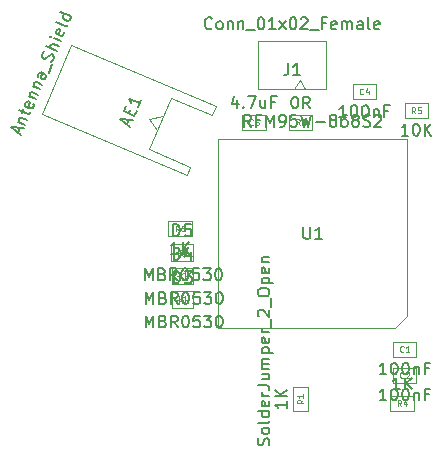
<source format=gbr>
%TF.GenerationSoftware,KiCad,Pcbnew,8.0.1*%
%TF.CreationDate,2024-04-01T21:43:51+02:00*%
%TF.ProjectId,SenseLoraCAM,53656e73-654c-46f7-9261-43414d2e6b69,rev?*%
%TF.SameCoordinates,Original*%
%TF.FileFunction,AssemblyDrawing,Top*%
%FSLAX46Y46*%
G04 Gerber Fmt 4.6, Leading zero omitted, Abs format (unit mm)*
G04 Created by KiCad (PCBNEW 8.0.1) date 2024-04-01 21:43:51*
%MOMM*%
%LPD*%
G01*
G04 APERTURE LIST*
%ADD10C,0.150000*%
%ADD11C,0.080000*%
%ADD12C,0.100000*%
G04 APERTURE END LIST*
D10*
X96011905Y-85354819D02*
X96011905Y-84354819D01*
X96011905Y-84354819D02*
X96345238Y-85069104D01*
X96345238Y-85069104D02*
X96678571Y-84354819D01*
X96678571Y-84354819D02*
X96678571Y-85354819D01*
X97488095Y-84831009D02*
X97630952Y-84878628D01*
X97630952Y-84878628D02*
X97678571Y-84926247D01*
X97678571Y-84926247D02*
X97726190Y-85021485D01*
X97726190Y-85021485D02*
X97726190Y-85164342D01*
X97726190Y-85164342D02*
X97678571Y-85259580D01*
X97678571Y-85259580D02*
X97630952Y-85307200D01*
X97630952Y-85307200D02*
X97535714Y-85354819D01*
X97535714Y-85354819D02*
X97154762Y-85354819D01*
X97154762Y-85354819D02*
X97154762Y-84354819D01*
X97154762Y-84354819D02*
X97488095Y-84354819D01*
X97488095Y-84354819D02*
X97583333Y-84402438D01*
X97583333Y-84402438D02*
X97630952Y-84450057D01*
X97630952Y-84450057D02*
X97678571Y-84545295D01*
X97678571Y-84545295D02*
X97678571Y-84640533D01*
X97678571Y-84640533D02*
X97630952Y-84735771D01*
X97630952Y-84735771D02*
X97583333Y-84783390D01*
X97583333Y-84783390D02*
X97488095Y-84831009D01*
X97488095Y-84831009D02*
X97154762Y-84831009D01*
X98726190Y-85354819D02*
X98392857Y-84878628D01*
X98154762Y-85354819D02*
X98154762Y-84354819D01*
X98154762Y-84354819D02*
X98535714Y-84354819D01*
X98535714Y-84354819D02*
X98630952Y-84402438D01*
X98630952Y-84402438D02*
X98678571Y-84450057D01*
X98678571Y-84450057D02*
X98726190Y-84545295D01*
X98726190Y-84545295D02*
X98726190Y-84688152D01*
X98726190Y-84688152D02*
X98678571Y-84783390D01*
X98678571Y-84783390D02*
X98630952Y-84831009D01*
X98630952Y-84831009D02*
X98535714Y-84878628D01*
X98535714Y-84878628D02*
X98154762Y-84878628D01*
X99345238Y-84354819D02*
X99440476Y-84354819D01*
X99440476Y-84354819D02*
X99535714Y-84402438D01*
X99535714Y-84402438D02*
X99583333Y-84450057D01*
X99583333Y-84450057D02*
X99630952Y-84545295D01*
X99630952Y-84545295D02*
X99678571Y-84735771D01*
X99678571Y-84735771D02*
X99678571Y-84973866D01*
X99678571Y-84973866D02*
X99630952Y-85164342D01*
X99630952Y-85164342D02*
X99583333Y-85259580D01*
X99583333Y-85259580D02*
X99535714Y-85307200D01*
X99535714Y-85307200D02*
X99440476Y-85354819D01*
X99440476Y-85354819D02*
X99345238Y-85354819D01*
X99345238Y-85354819D02*
X99250000Y-85307200D01*
X99250000Y-85307200D02*
X99202381Y-85259580D01*
X99202381Y-85259580D02*
X99154762Y-85164342D01*
X99154762Y-85164342D02*
X99107143Y-84973866D01*
X99107143Y-84973866D02*
X99107143Y-84735771D01*
X99107143Y-84735771D02*
X99154762Y-84545295D01*
X99154762Y-84545295D02*
X99202381Y-84450057D01*
X99202381Y-84450057D02*
X99250000Y-84402438D01*
X99250000Y-84402438D02*
X99345238Y-84354819D01*
X100583333Y-84354819D02*
X100107143Y-84354819D01*
X100107143Y-84354819D02*
X100059524Y-84831009D01*
X100059524Y-84831009D02*
X100107143Y-84783390D01*
X100107143Y-84783390D02*
X100202381Y-84735771D01*
X100202381Y-84735771D02*
X100440476Y-84735771D01*
X100440476Y-84735771D02*
X100535714Y-84783390D01*
X100535714Y-84783390D02*
X100583333Y-84831009D01*
X100583333Y-84831009D02*
X100630952Y-84926247D01*
X100630952Y-84926247D02*
X100630952Y-85164342D01*
X100630952Y-85164342D02*
X100583333Y-85259580D01*
X100583333Y-85259580D02*
X100535714Y-85307200D01*
X100535714Y-85307200D02*
X100440476Y-85354819D01*
X100440476Y-85354819D02*
X100202381Y-85354819D01*
X100202381Y-85354819D02*
X100107143Y-85307200D01*
X100107143Y-85307200D02*
X100059524Y-85259580D01*
X100964286Y-84354819D02*
X101583333Y-84354819D01*
X101583333Y-84354819D02*
X101250000Y-84735771D01*
X101250000Y-84735771D02*
X101392857Y-84735771D01*
X101392857Y-84735771D02*
X101488095Y-84783390D01*
X101488095Y-84783390D02*
X101535714Y-84831009D01*
X101535714Y-84831009D02*
X101583333Y-84926247D01*
X101583333Y-84926247D02*
X101583333Y-85164342D01*
X101583333Y-85164342D02*
X101535714Y-85259580D01*
X101535714Y-85259580D02*
X101488095Y-85307200D01*
X101488095Y-85307200D02*
X101392857Y-85354819D01*
X101392857Y-85354819D02*
X101107143Y-85354819D01*
X101107143Y-85354819D02*
X101011905Y-85307200D01*
X101011905Y-85307200D02*
X100964286Y-85259580D01*
X102202381Y-84354819D02*
X102297619Y-84354819D01*
X102297619Y-84354819D02*
X102392857Y-84402438D01*
X102392857Y-84402438D02*
X102440476Y-84450057D01*
X102440476Y-84450057D02*
X102488095Y-84545295D01*
X102488095Y-84545295D02*
X102535714Y-84735771D01*
X102535714Y-84735771D02*
X102535714Y-84973866D01*
X102535714Y-84973866D02*
X102488095Y-85164342D01*
X102488095Y-85164342D02*
X102440476Y-85259580D01*
X102440476Y-85259580D02*
X102392857Y-85307200D01*
X102392857Y-85307200D02*
X102297619Y-85354819D01*
X102297619Y-85354819D02*
X102202381Y-85354819D01*
X102202381Y-85354819D02*
X102107143Y-85307200D01*
X102107143Y-85307200D02*
X102059524Y-85259580D01*
X102059524Y-85259580D02*
X102011905Y-85164342D01*
X102011905Y-85164342D02*
X101964286Y-84973866D01*
X101964286Y-84973866D02*
X101964286Y-84735771D01*
X101964286Y-84735771D02*
X102011905Y-84545295D01*
X102011905Y-84545295D02*
X102059524Y-84450057D01*
X102059524Y-84450057D02*
X102107143Y-84402438D01*
X102107143Y-84402438D02*
X102202381Y-84354819D01*
X98411905Y-81604819D02*
X98411905Y-80604819D01*
X98411905Y-80604819D02*
X98650000Y-80604819D01*
X98650000Y-80604819D02*
X98792857Y-80652438D01*
X98792857Y-80652438D02*
X98888095Y-80747676D01*
X98888095Y-80747676D02*
X98935714Y-80842914D01*
X98935714Y-80842914D02*
X98983333Y-81033390D01*
X98983333Y-81033390D02*
X98983333Y-81176247D01*
X98983333Y-81176247D02*
X98935714Y-81366723D01*
X98935714Y-81366723D02*
X98888095Y-81461961D01*
X98888095Y-81461961D02*
X98792857Y-81557200D01*
X98792857Y-81557200D02*
X98650000Y-81604819D01*
X98650000Y-81604819D02*
X98411905Y-81604819D01*
X99888095Y-80604819D02*
X99411905Y-80604819D01*
X99411905Y-80604819D02*
X99364286Y-81081009D01*
X99364286Y-81081009D02*
X99411905Y-81033390D01*
X99411905Y-81033390D02*
X99507143Y-80985771D01*
X99507143Y-80985771D02*
X99745238Y-80985771D01*
X99745238Y-80985771D02*
X99840476Y-81033390D01*
X99840476Y-81033390D02*
X99888095Y-81081009D01*
X99888095Y-81081009D02*
X99935714Y-81176247D01*
X99935714Y-81176247D02*
X99935714Y-81414342D01*
X99935714Y-81414342D02*
X99888095Y-81509580D01*
X99888095Y-81509580D02*
X99840476Y-81557200D01*
X99840476Y-81557200D02*
X99745238Y-81604819D01*
X99745238Y-81604819D02*
X99507143Y-81604819D01*
X99507143Y-81604819D02*
X99411905Y-81557200D01*
X99411905Y-81557200D02*
X99364286Y-81509580D01*
X85274890Y-72900880D02*
X85460952Y-72462544D01*
X85500679Y-73100185D02*
X84710418Y-72402618D01*
X84710418Y-72402618D02*
X85761166Y-72486515D01*
X85277740Y-71919192D02*
X85891410Y-72179680D01*
X85365407Y-71956405D02*
X85340180Y-71893965D01*
X85340180Y-71893965D02*
X85333559Y-71787691D01*
X85333559Y-71787691D02*
X85389378Y-71656191D01*
X85389378Y-71656191D02*
X85470424Y-71587130D01*
X85470424Y-71587130D02*
X85576697Y-71580509D01*
X85576697Y-71580509D02*
X86058866Y-71785177D01*
X85575440Y-71217855D02*
X85724290Y-70867186D01*
X85324424Y-70956111D02*
X86113428Y-71291023D01*
X86113428Y-71291023D02*
X86219701Y-71284402D01*
X86219701Y-71284402D02*
X86300747Y-71215341D01*
X86300747Y-71215341D02*
X86337960Y-71127674D01*
X86573220Y-70451564D02*
X86579841Y-70557837D01*
X86579841Y-70557837D02*
X86505416Y-70733171D01*
X86505416Y-70733171D02*
X86424370Y-70802232D01*
X86424370Y-70802232D02*
X86318097Y-70808853D01*
X86318097Y-70808853D02*
X85967428Y-70660003D01*
X85967428Y-70660003D02*
X85898367Y-70578957D01*
X85898367Y-70578957D02*
X85891746Y-70472684D01*
X85891746Y-70472684D02*
X85966171Y-70297350D01*
X85966171Y-70297350D02*
X86047217Y-70228289D01*
X86047217Y-70228289D02*
X86153491Y-70221668D01*
X86153491Y-70221668D02*
X86241158Y-70258880D01*
X86241158Y-70258880D02*
X86142763Y-70734428D01*
X86189446Y-69771347D02*
X86803116Y-70031834D01*
X86277113Y-69808559D02*
X86251886Y-69746120D01*
X86251886Y-69746120D02*
X86245265Y-69639846D01*
X86245265Y-69639846D02*
X86301084Y-69508345D01*
X86301084Y-69508345D02*
X86382130Y-69439285D01*
X86382130Y-69439285D02*
X86488403Y-69432663D01*
X86488403Y-69432663D02*
X86970572Y-69637332D01*
X86542965Y-68938509D02*
X87156635Y-69198996D01*
X86630632Y-68975722D02*
X86605405Y-68913282D01*
X86605405Y-68913282D02*
X86598784Y-68807008D01*
X86598784Y-68807008D02*
X86654603Y-68675508D01*
X86654603Y-68675508D02*
X86735649Y-68606447D01*
X86735649Y-68606447D02*
X86841922Y-68599826D01*
X86841922Y-68599826D02*
X87324091Y-68804494D01*
X87677610Y-67971657D02*
X87195441Y-67766988D01*
X87195441Y-67766988D02*
X87089167Y-67773609D01*
X87089167Y-67773609D02*
X87008121Y-67842670D01*
X87008121Y-67842670D02*
X86933696Y-68018004D01*
X86933696Y-68018004D02*
X86940317Y-68124277D01*
X87633776Y-67953050D02*
X87640397Y-68059324D01*
X87640397Y-68059324D02*
X87547366Y-68278491D01*
X87547366Y-68278491D02*
X87466320Y-68347552D01*
X87466320Y-68347552D02*
X87360047Y-68354173D01*
X87360047Y-68354173D02*
X87272380Y-68316961D01*
X87272380Y-68316961D02*
X87203319Y-68235915D01*
X87203319Y-68235915D02*
X87196698Y-68129642D01*
X87196698Y-68129642D02*
X87289729Y-67910474D01*
X87289729Y-67910474D02*
X87283108Y-67804200D01*
X87858308Y-67789701D02*
X88156008Y-67088364D01*
X88098932Y-66857211D02*
X88198585Y-66744316D01*
X88198585Y-66744316D02*
X88291616Y-66525149D01*
X88291616Y-66525149D02*
X88284995Y-66418875D01*
X88284995Y-66418875D02*
X88259768Y-66356435D01*
X88259768Y-66356435D02*
X88190707Y-66275389D01*
X88190707Y-66275389D02*
X88103040Y-66238177D01*
X88103040Y-66238177D02*
X87996766Y-66244798D01*
X87996766Y-66244798D02*
X87934326Y-66270025D01*
X87934326Y-66270025D02*
X87853280Y-66339086D01*
X87853280Y-66339086D02*
X87735022Y-66495814D01*
X87735022Y-66495814D02*
X87653976Y-66564875D01*
X87653976Y-66564875D02*
X87591536Y-66590102D01*
X87591536Y-66590102D02*
X87485263Y-66596723D01*
X87485263Y-66596723D02*
X87397595Y-66559511D01*
X87397595Y-66559511D02*
X87328535Y-66478465D01*
X87328535Y-66478465D02*
X87303307Y-66416025D01*
X87303307Y-66416025D02*
X87296686Y-66309752D01*
X87296686Y-66309752D02*
X87389717Y-66090584D01*
X87389717Y-66090584D02*
X87489370Y-65977689D01*
X88533497Y-65955312D02*
X87612992Y-65564581D01*
X88700953Y-65560810D02*
X88218784Y-65356141D01*
X88218784Y-65356141D02*
X88112511Y-65362763D01*
X88112511Y-65362763D02*
X88031465Y-65431823D01*
X88031465Y-65431823D02*
X87975646Y-65563324D01*
X87975646Y-65563324D02*
X87982267Y-65669597D01*
X87982267Y-65669597D02*
X88007494Y-65732037D01*
X88887016Y-65122474D02*
X88273346Y-64861987D01*
X87966511Y-64731743D02*
X87991738Y-64794183D01*
X87991738Y-64794183D02*
X88054178Y-64768956D01*
X88054178Y-64768956D02*
X88028951Y-64706516D01*
X88028951Y-64706516D02*
X87966511Y-64731743D01*
X87966511Y-64731743D02*
X88054178Y-64768956D01*
X89178095Y-64314864D02*
X89184716Y-64421138D01*
X89184716Y-64421138D02*
X89110291Y-64596472D01*
X89110291Y-64596472D02*
X89029245Y-64665533D01*
X89029245Y-64665533D02*
X88922971Y-64672154D01*
X88922971Y-64672154D02*
X88572303Y-64523304D01*
X88572303Y-64523304D02*
X88503242Y-64442258D01*
X88503242Y-64442258D02*
X88496621Y-64335985D01*
X88496621Y-64335985D02*
X88571046Y-64160650D01*
X88571046Y-64160650D02*
X88652092Y-64091590D01*
X88652092Y-64091590D02*
X88758365Y-64084968D01*
X88758365Y-64084968D02*
X88846032Y-64122181D01*
X88846032Y-64122181D02*
X88747637Y-64597729D01*
X89463809Y-63763634D02*
X89382763Y-63832695D01*
X89382763Y-63832695D02*
X89276490Y-63839316D01*
X89276490Y-63839316D02*
X88487486Y-63504404D01*
X89780116Y-63018463D02*
X88859611Y-62627732D01*
X89736282Y-62999857D02*
X89742903Y-63106130D01*
X89742903Y-63106130D02*
X89668478Y-63281465D01*
X89668478Y-63281465D02*
X89587432Y-63350525D01*
X89587432Y-63350525D02*
X89524992Y-63375753D01*
X89524992Y-63375753D02*
X89418719Y-63382374D01*
X89418719Y-63382374D02*
X89155718Y-63270736D01*
X89155718Y-63270736D02*
X89086657Y-63189690D01*
X89086657Y-63189690D02*
X89061429Y-63127251D01*
X89061429Y-63127251D02*
X89054808Y-63020977D01*
X89054808Y-63020977D02*
X89129233Y-62845643D01*
X89129233Y-62845643D02*
X89210279Y-62776582D01*
X94506796Y-72163763D02*
X94692859Y-71725428D01*
X94732585Y-72363068D02*
X93942324Y-71665502D01*
X93942324Y-71665502D02*
X94993073Y-71749398D01*
X94641147Y-71237894D02*
X94771391Y-70931059D01*
X95309379Y-71004227D02*
X95123316Y-71442563D01*
X95123316Y-71442563D02*
X94202811Y-71051832D01*
X94202811Y-71051832D02*
X94388874Y-70613496D01*
X95681504Y-70127556D02*
X95458229Y-70653559D01*
X95569866Y-70390557D02*
X94649361Y-69999826D01*
X94649361Y-69999826D02*
X94743650Y-70143312D01*
X94743650Y-70143312D02*
X94794104Y-70268192D01*
X94794104Y-70268192D02*
X94800725Y-70374465D01*
X116452380Y-95534819D02*
X115880952Y-95534819D01*
X116166666Y-95534819D02*
X116166666Y-94534819D01*
X116166666Y-94534819D02*
X116071428Y-94677676D01*
X116071428Y-94677676D02*
X115976190Y-94772914D01*
X115976190Y-94772914D02*
X115880952Y-94820533D01*
X117071428Y-94534819D02*
X117166666Y-94534819D01*
X117166666Y-94534819D02*
X117261904Y-94582438D01*
X117261904Y-94582438D02*
X117309523Y-94630057D01*
X117309523Y-94630057D02*
X117357142Y-94725295D01*
X117357142Y-94725295D02*
X117404761Y-94915771D01*
X117404761Y-94915771D02*
X117404761Y-95153866D01*
X117404761Y-95153866D02*
X117357142Y-95344342D01*
X117357142Y-95344342D02*
X117309523Y-95439580D01*
X117309523Y-95439580D02*
X117261904Y-95487200D01*
X117261904Y-95487200D02*
X117166666Y-95534819D01*
X117166666Y-95534819D02*
X117071428Y-95534819D01*
X117071428Y-95534819D02*
X116976190Y-95487200D01*
X116976190Y-95487200D02*
X116928571Y-95439580D01*
X116928571Y-95439580D02*
X116880952Y-95344342D01*
X116880952Y-95344342D02*
X116833333Y-95153866D01*
X116833333Y-95153866D02*
X116833333Y-94915771D01*
X116833333Y-94915771D02*
X116880952Y-94725295D01*
X116880952Y-94725295D02*
X116928571Y-94630057D01*
X116928571Y-94630057D02*
X116976190Y-94582438D01*
X116976190Y-94582438D02*
X117071428Y-94534819D01*
X118023809Y-94534819D02*
X118119047Y-94534819D01*
X118119047Y-94534819D02*
X118214285Y-94582438D01*
X118214285Y-94582438D02*
X118261904Y-94630057D01*
X118261904Y-94630057D02*
X118309523Y-94725295D01*
X118309523Y-94725295D02*
X118357142Y-94915771D01*
X118357142Y-94915771D02*
X118357142Y-95153866D01*
X118357142Y-95153866D02*
X118309523Y-95344342D01*
X118309523Y-95344342D02*
X118261904Y-95439580D01*
X118261904Y-95439580D02*
X118214285Y-95487200D01*
X118214285Y-95487200D02*
X118119047Y-95534819D01*
X118119047Y-95534819D02*
X118023809Y-95534819D01*
X118023809Y-95534819D02*
X117928571Y-95487200D01*
X117928571Y-95487200D02*
X117880952Y-95439580D01*
X117880952Y-95439580D02*
X117833333Y-95344342D01*
X117833333Y-95344342D02*
X117785714Y-95153866D01*
X117785714Y-95153866D02*
X117785714Y-94915771D01*
X117785714Y-94915771D02*
X117833333Y-94725295D01*
X117833333Y-94725295D02*
X117880952Y-94630057D01*
X117880952Y-94630057D02*
X117928571Y-94582438D01*
X117928571Y-94582438D02*
X118023809Y-94534819D01*
X118785714Y-94868152D02*
X118785714Y-95534819D01*
X118785714Y-94963390D02*
X118833333Y-94915771D01*
X118833333Y-94915771D02*
X118928571Y-94868152D01*
X118928571Y-94868152D02*
X119071428Y-94868152D01*
X119071428Y-94868152D02*
X119166666Y-94915771D01*
X119166666Y-94915771D02*
X119214285Y-95011009D01*
X119214285Y-95011009D02*
X119214285Y-95534819D01*
X120023809Y-95011009D02*
X119690476Y-95011009D01*
X119690476Y-95534819D02*
X119690476Y-94534819D01*
X119690476Y-94534819D02*
X120166666Y-94534819D01*
D11*
X117916666Y-93579530D02*
X117892857Y-93603340D01*
X117892857Y-93603340D02*
X117821428Y-93627149D01*
X117821428Y-93627149D02*
X117773809Y-93627149D01*
X117773809Y-93627149D02*
X117702381Y-93603340D01*
X117702381Y-93603340D02*
X117654762Y-93555720D01*
X117654762Y-93555720D02*
X117630952Y-93508101D01*
X117630952Y-93508101D02*
X117607143Y-93412863D01*
X117607143Y-93412863D02*
X117607143Y-93341435D01*
X117607143Y-93341435D02*
X117630952Y-93246197D01*
X117630952Y-93246197D02*
X117654762Y-93198578D01*
X117654762Y-93198578D02*
X117702381Y-93150959D01*
X117702381Y-93150959D02*
X117773809Y-93127149D01*
X117773809Y-93127149D02*
X117821428Y-93127149D01*
X117821428Y-93127149D02*
X117892857Y-93150959D01*
X117892857Y-93150959D02*
X117916666Y-93174768D01*
X118107143Y-93174768D02*
X118130952Y-93150959D01*
X118130952Y-93150959D02*
X118178571Y-93127149D01*
X118178571Y-93127149D02*
X118297619Y-93127149D01*
X118297619Y-93127149D02*
X118345238Y-93150959D01*
X118345238Y-93150959D02*
X118369047Y-93174768D01*
X118369047Y-93174768D02*
X118392857Y-93222387D01*
X118392857Y-93222387D02*
X118392857Y-93270006D01*
X118392857Y-93270006D02*
X118369047Y-93341435D01*
X118369047Y-93341435D02*
X118083333Y-93627149D01*
X118083333Y-93627149D02*
X118392857Y-93627149D01*
D10*
X101689284Y-64009580D02*
X101641665Y-64057200D01*
X101641665Y-64057200D02*
X101498808Y-64104819D01*
X101498808Y-64104819D02*
X101403570Y-64104819D01*
X101403570Y-64104819D02*
X101260713Y-64057200D01*
X101260713Y-64057200D02*
X101165475Y-63961961D01*
X101165475Y-63961961D02*
X101117856Y-63866723D01*
X101117856Y-63866723D02*
X101070237Y-63676247D01*
X101070237Y-63676247D02*
X101070237Y-63533390D01*
X101070237Y-63533390D02*
X101117856Y-63342914D01*
X101117856Y-63342914D02*
X101165475Y-63247676D01*
X101165475Y-63247676D02*
X101260713Y-63152438D01*
X101260713Y-63152438D02*
X101403570Y-63104819D01*
X101403570Y-63104819D02*
X101498808Y-63104819D01*
X101498808Y-63104819D02*
X101641665Y-63152438D01*
X101641665Y-63152438D02*
X101689284Y-63200057D01*
X102260713Y-64104819D02*
X102165475Y-64057200D01*
X102165475Y-64057200D02*
X102117856Y-64009580D01*
X102117856Y-64009580D02*
X102070237Y-63914342D01*
X102070237Y-63914342D02*
X102070237Y-63628628D01*
X102070237Y-63628628D02*
X102117856Y-63533390D01*
X102117856Y-63533390D02*
X102165475Y-63485771D01*
X102165475Y-63485771D02*
X102260713Y-63438152D01*
X102260713Y-63438152D02*
X102403570Y-63438152D01*
X102403570Y-63438152D02*
X102498808Y-63485771D01*
X102498808Y-63485771D02*
X102546427Y-63533390D01*
X102546427Y-63533390D02*
X102594046Y-63628628D01*
X102594046Y-63628628D02*
X102594046Y-63914342D01*
X102594046Y-63914342D02*
X102546427Y-64009580D01*
X102546427Y-64009580D02*
X102498808Y-64057200D01*
X102498808Y-64057200D02*
X102403570Y-64104819D01*
X102403570Y-64104819D02*
X102260713Y-64104819D01*
X103022618Y-63438152D02*
X103022618Y-64104819D01*
X103022618Y-63533390D02*
X103070237Y-63485771D01*
X103070237Y-63485771D02*
X103165475Y-63438152D01*
X103165475Y-63438152D02*
X103308332Y-63438152D01*
X103308332Y-63438152D02*
X103403570Y-63485771D01*
X103403570Y-63485771D02*
X103451189Y-63581009D01*
X103451189Y-63581009D02*
X103451189Y-64104819D01*
X103927380Y-63438152D02*
X103927380Y-64104819D01*
X103927380Y-63533390D02*
X103974999Y-63485771D01*
X103974999Y-63485771D02*
X104070237Y-63438152D01*
X104070237Y-63438152D02*
X104213094Y-63438152D01*
X104213094Y-63438152D02*
X104308332Y-63485771D01*
X104308332Y-63485771D02*
X104355951Y-63581009D01*
X104355951Y-63581009D02*
X104355951Y-64104819D01*
X104594047Y-64200057D02*
X105355951Y-64200057D01*
X105784523Y-63104819D02*
X105879761Y-63104819D01*
X105879761Y-63104819D02*
X105974999Y-63152438D01*
X105974999Y-63152438D02*
X106022618Y-63200057D01*
X106022618Y-63200057D02*
X106070237Y-63295295D01*
X106070237Y-63295295D02*
X106117856Y-63485771D01*
X106117856Y-63485771D02*
X106117856Y-63723866D01*
X106117856Y-63723866D02*
X106070237Y-63914342D01*
X106070237Y-63914342D02*
X106022618Y-64009580D01*
X106022618Y-64009580D02*
X105974999Y-64057200D01*
X105974999Y-64057200D02*
X105879761Y-64104819D01*
X105879761Y-64104819D02*
X105784523Y-64104819D01*
X105784523Y-64104819D02*
X105689285Y-64057200D01*
X105689285Y-64057200D02*
X105641666Y-64009580D01*
X105641666Y-64009580D02*
X105594047Y-63914342D01*
X105594047Y-63914342D02*
X105546428Y-63723866D01*
X105546428Y-63723866D02*
X105546428Y-63485771D01*
X105546428Y-63485771D02*
X105594047Y-63295295D01*
X105594047Y-63295295D02*
X105641666Y-63200057D01*
X105641666Y-63200057D02*
X105689285Y-63152438D01*
X105689285Y-63152438D02*
X105784523Y-63104819D01*
X107070237Y-64104819D02*
X106498809Y-64104819D01*
X106784523Y-64104819D02*
X106784523Y-63104819D01*
X106784523Y-63104819D02*
X106689285Y-63247676D01*
X106689285Y-63247676D02*
X106594047Y-63342914D01*
X106594047Y-63342914D02*
X106498809Y-63390533D01*
X107403571Y-64104819D02*
X107927380Y-63438152D01*
X107403571Y-63438152D02*
X107927380Y-64104819D01*
X108498809Y-63104819D02*
X108594047Y-63104819D01*
X108594047Y-63104819D02*
X108689285Y-63152438D01*
X108689285Y-63152438D02*
X108736904Y-63200057D01*
X108736904Y-63200057D02*
X108784523Y-63295295D01*
X108784523Y-63295295D02*
X108832142Y-63485771D01*
X108832142Y-63485771D02*
X108832142Y-63723866D01*
X108832142Y-63723866D02*
X108784523Y-63914342D01*
X108784523Y-63914342D02*
X108736904Y-64009580D01*
X108736904Y-64009580D02*
X108689285Y-64057200D01*
X108689285Y-64057200D02*
X108594047Y-64104819D01*
X108594047Y-64104819D02*
X108498809Y-64104819D01*
X108498809Y-64104819D02*
X108403571Y-64057200D01*
X108403571Y-64057200D02*
X108355952Y-64009580D01*
X108355952Y-64009580D02*
X108308333Y-63914342D01*
X108308333Y-63914342D02*
X108260714Y-63723866D01*
X108260714Y-63723866D02*
X108260714Y-63485771D01*
X108260714Y-63485771D02*
X108308333Y-63295295D01*
X108308333Y-63295295D02*
X108355952Y-63200057D01*
X108355952Y-63200057D02*
X108403571Y-63152438D01*
X108403571Y-63152438D02*
X108498809Y-63104819D01*
X109213095Y-63200057D02*
X109260714Y-63152438D01*
X109260714Y-63152438D02*
X109355952Y-63104819D01*
X109355952Y-63104819D02*
X109594047Y-63104819D01*
X109594047Y-63104819D02*
X109689285Y-63152438D01*
X109689285Y-63152438D02*
X109736904Y-63200057D01*
X109736904Y-63200057D02*
X109784523Y-63295295D01*
X109784523Y-63295295D02*
X109784523Y-63390533D01*
X109784523Y-63390533D02*
X109736904Y-63533390D01*
X109736904Y-63533390D02*
X109165476Y-64104819D01*
X109165476Y-64104819D02*
X109784523Y-64104819D01*
X109975000Y-64200057D02*
X110736904Y-64200057D01*
X111308333Y-63581009D02*
X110975000Y-63581009D01*
X110975000Y-64104819D02*
X110975000Y-63104819D01*
X110975000Y-63104819D02*
X111451190Y-63104819D01*
X112213095Y-64057200D02*
X112117857Y-64104819D01*
X112117857Y-64104819D02*
X111927381Y-64104819D01*
X111927381Y-64104819D02*
X111832143Y-64057200D01*
X111832143Y-64057200D02*
X111784524Y-63961961D01*
X111784524Y-63961961D02*
X111784524Y-63581009D01*
X111784524Y-63581009D02*
X111832143Y-63485771D01*
X111832143Y-63485771D02*
X111927381Y-63438152D01*
X111927381Y-63438152D02*
X112117857Y-63438152D01*
X112117857Y-63438152D02*
X112213095Y-63485771D01*
X112213095Y-63485771D02*
X112260714Y-63581009D01*
X112260714Y-63581009D02*
X112260714Y-63676247D01*
X112260714Y-63676247D02*
X111784524Y-63771485D01*
X112689286Y-64104819D02*
X112689286Y-63438152D01*
X112689286Y-63533390D02*
X112736905Y-63485771D01*
X112736905Y-63485771D02*
X112832143Y-63438152D01*
X112832143Y-63438152D02*
X112975000Y-63438152D01*
X112975000Y-63438152D02*
X113070238Y-63485771D01*
X113070238Y-63485771D02*
X113117857Y-63581009D01*
X113117857Y-63581009D02*
X113117857Y-64104819D01*
X113117857Y-63581009D02*
X113165476Y-63485771D01*
X113165476Y-63485771D02*
X113260714Y-63438152D01*
X113260714Y-63438152D02*
X113403571Y-63438152D01*
X113403571Y-63438152D02*
X113498810Y-63485771D01*
X113498810Y-63485771D02*
X113546429Y-63581009D01*
X113546429Y-63581009D02*
X113546429Y-64104819D01*
X114451190Y-64104819D02*
X114451190Y-63581009D01*
X114451190Y-63581009D02*
X114403571Y-63485771D01*
X114403571Y-63485771D02*
X114308333Y-63438152D01*
X114308333Y-63438152D02*
X114117857Y-63438152D01*
X114117857Y-63438152D02*
X114022619Y-63485771D01*
X114451190Y-64057200D02*
X114355952Y-64104819D01*
X114355952Y-64104819D02*
X114117857Y-64104819D01*
X114117857Y-64104819D02*
X114022619Y-64057200D01*
X114022619Y-64057200D02*
X113975000Y-63961961D01*
X113975000Y-63961961D02*
X113975000Y-63866723D01*
X113975000Y-63866723D02*
X114022619Y-63771485D01*
X114022619Y-63771485D02*
X114117857Y-63723866D01*
X114117857Y-63723866D02*
X114355952Y-63723866D01*
X114355952Y-63723866D02*
X114451190Y-63676247D01*
X115070238Y-64104819D02*
X114975000Y-64057200D01*
X114975000Y-64057200D02*
X114927381Y-63961961D01*
X114927381Y-63961961D02*
X114927381Y-63104819D01*
X115832143Y-64057200D02*
X115736905Y-64104819D01*
X115736905Y-64104819D02*
X115546429Y-64104819D01*
X115546429Y-64104819D02*
X115451191Y-64057200D01*
X115451191Y-64057200D02*
X115403572Y-63961961D01*
X115403572Y-63961961D02*
X115403572Y-63581009D01*
X115403572Y-63581009D02*
X115451191Y-63485771D01*
X115451191Y-63485771D02*
X115546429Y-63438152D01*
X115546429Y-63438152D02*
X115736905Y-63438152D01*
X115736905Y-63438152D02*
X115832143Y-63485771D01*
X115832143Y-63485771D02*
X115879762Y-63581009D01*
X115879762Y-63581009D02*
X115879762Y-63676247D01*
X115879762Y-63676247D02*
X115403572Y-63771485D01*
X108141666Y-67004819D02*
X108141666Y-67719104D01*
X108141666Y-67719104D02*
X108094047Y-67861961D01*
X108094047Y-67861961D02*
X107998809Y-67957200D01*
X107998809Y-67957200D02*
X107855952Y-68004819D01*
X107855952Y-68004819D02*
X107760714Y-68004819D01*
X109141666Y-68004819D02*
X108570238Y-68004819D01*
X108855952Y-68004819D02*
X108855952Y-67004819D01*
X108855952Y-67004819D02*
X108760714Y-67147676D01*
X108760714Y-67147676D02*
X108665476Y-67242914D01*
X108665476Y-67242914D02*
X108570238Y-67290533D01*
X96061905Y-87354819D02*
X96061905Y-86354819D01*
X96061905Y-86354819D02*
X96395238Y-87069104D01*
X96395238Y-87069104D02*
X96728571Y-86354819D01*
X96728571Y-86354819D02*
X96728571Y-87354819D01*
X97538095Y-86831009D02*
X97680952Y-86878628D01*
X97680952Y-86878628D02*
X97728571Y-86926247D01*
X97728571Y-86926247D02*
X97776190Y-87021485D01*
X97776190Y-87021485D02*
X97776190Y-87164342D01*
X97776190Y-87164342D02*
X97728571Y-87259580D01*
X97728571Y-87259580D02*
X97680952Y-87307200D01*
X97680952Y-87307200D02*
X97585714Y-87354819D01*
X97585714Y-87354819D02*
X97204762Y-87354819D01*
X97204762Y-87354819D02*
X97204762Y-86354819D01*
X97204762Y-86354819D02*
X97538095Y-86354819D01*
X97538095Y-86354819D02*
X97633333Y-86402438D01*
X97633333Y-86402438D02*
X97680952Y-86450057D01*
X97680952Y-86450057D02*
X97728571Y-86545295D01*
X97728571Y-86545295D02*
X97728571Y-86640533D01*
X97728571Y-86640533D02*
X97680952Y-86735771D01*
X97680952Y-86735771D02*
X97633333Y-86783390D01*
X97633333Y-86783390D02*
X97538095Y-86831009D01*
X97538095Y-86831009D02*
X97204762Y-86831009D01*
X98776190Y-87354819D02*
X98442857Y-86878628D01*
X98204762Y-87354819D02*
X98204762Y-86354819D01*
X98204762Y-86354819D02*
X98585714Y-86354819D01*
X98585714Y-86354819D02*
X98680952Y-86402438D01*
X98680952Y-86402438D02*
X98728571Y-86450057D01*
X98728571Y-86450057D02*
X98776190Y-86545295D01*
X98776190Y-86545295D02*
X98776190Y-86688152D01*
X98776190Y-86688152D02*
X98728571Y-86783390D01*
X98728571Y-86783390D02*
X98680952Y-86831009D01*
X98680952Y-86831009D02*
X98585714Y-86878628D01*
X98585714Y-86878628D02*
X98204762Y-86878628D01*
X99395238Y-86354819D02*
X99490476Y-86354819D01*
X99490476Y-86354819D02*
X99585714Y-86402438D01*
X99585714Y-86402438D02*
X99633333Y-86450057D01*
X99633333Y-86450057D02*
X99680952Y-86545295D01*
X99680952Y-86545295D02*
X99728571Y-86735771D01*
X99728571Y-86735771D02*
X99728571Y-86973866D01*
X99728571Y-86973866D02*
X99680952Y-87164342D01*
X99680952Y-87164342D02*
X99633333Y-87259580D01*
X99633333Y-87259580D02*
X99585714Y-87307200D01*
X99585714Y-87307200D02*
X99490476Y-87354819D01*
X99490476Y-87354819D02*
X99395238Y-87354819D01*
X99395238Y-87354819D02*
X99300000Y-87307200D01*
X99300000Y-87307200D02*
X99252381Y-87259580D01*
X99252381Y-87259580D02*
X99204762Y-87164342D01*
X99204762Y-87164342D02*
X99157143Y-86973866D01*
X99157143Y-86973866D02*
X99157143Y-86735771D01*
X99157143Y-86735771D02*
X99204762Y-86545295D01*
X99204762Y-86545295D02*
X99252381Y-86450057D01*
X99252381Y-86450057D02*
X99300000Y-86402438D01*
X99300000Y-86402438D02*
X99395238Y-86354819D01*
X100633333Y-86354819D02*
X100157143Y-86354819D01*
X100157143Y-86354819D02*
X100109524Y-86831009D01*
X100109524Y-86831009D02*
X100157143Y-86783390D01*
X100157143Y-86783390D02*
X100252381Y-86735771D01*
X100252381Y-86735771D02*
X100490476Y-86735771D01*
X100490476Y-86735771D02*
X100585714Y-86783390D01*
X100585714Y-86783390D02*
X100633333Y-86831009D01*
X100633333Y-86831009D02*
X100680952Y-86926247D01*
X100680952Y-86926247D02*
X100680952Y-87164342D01*
X100680952Y-87164342D02*
X100633333Y-87259580D01*
X100633333Y-87259580D02*
X100585714Y-87307200D01*
X100585714Y-87307200D02*
X100490476Y-87354819D01*
X100490476Y-87354819D02*
X100252381Y-87354819D01*
X100252381Y-87354819D02*
X100157143Y-87307200D01*
X100157143Y-87307200D02*
X100109524Y-87259580D01*
X101014286Y-86354819D02*
X101633333Y-86354819D01*
X101633333Y-86354819D02*
X101300000Y-86735771D01*
X101300000Y-86735771D02*
X101442857Y-86735771D01*
X101442857Y-86735771D02*
X101538095Y-86783390D01*
X101538095Y-86783390D02*
X101585714Y-86831009D01*
X101585714Y-86831009D02*
X101633333Y-86926247D01*
X101633333Y-86926247D02*
X101633333Y-87164342D01*
X101633333Y-87164342D02*
X101585714Y-87259580D01*
X101585714Y-87259580D02*
X101538095Y-87307200D01*
X101538095Y-87307200D02*
X101442857Y-87354819D01*
X101442857Y-87354819D02*
X101157143Y-87354819D01*
X101157143Y-87354819D02*
X101061905Y-87307200D01*
X101061905Y-87307200D02*
X101014286Y-87259580D01*
X102252381Y-86354819D02*
X102347619Y-86354819D01*
X102347619Y-86354819D02*
X102442857Y-86402438D01*
X102442857Y-86402438D02*
X102490476Y-86450057D01*
X102490476Y-86450057D02*
X102538095Y-86545295D01*
X102538095Y-86545295D02*
X102585714Y-86735771D01*
X102585714Y-86735771D02*
X102585714Y-86973866D01*
X102585714Y-86973866D02*
X102538095Y-87164342D01*
X102538095Y-87164342D02*
X102490476Y-87259580D01*
X102490476Y-87259580D02*
X102442857Y-87307200D01*
X102442857Y-87307200D02*
X102347619Y-87354819D01*
X102347619Y-87354819D02*
X102252381Y-87354819D01*
X102252381Y-87354819D02*
X102157143Y-87307200D01*
X102157143Y-87307200D02*
X102109524Y-87259580D01*
X102109524Y-87259580D02*
X102061905Y-87164342D01*
X102061905Y-87164342D02*
X102014286Y-86973866D01*
X102014286Y-86973866D02*
X102014286Y-86735771D01*
X102014286Y-86735771D02*
X102061905Y-86545295D01*
X102061905Y-86545295D02*
X102109524Y-86450057D01*
X102109524Y-86450057D02*
X102157143Y-86402438D01*
X102157143Y-86402438D02*
X102252381Y-86354819D01*
X98461905Y-83604819D02*
X98461905Y-82604819D01*
X98461905Y-82604819D02*
X98700000Y-82604819D01*
X98700000Y-82604819D02*
X98842857Y-82652438D01*
X98842857Y-82652438D02*
X98938095Y-82747676D01*
X98938095Y-82747676D02*
X98985714Y-82842914D01*
X98985714Y-82842914D02*
X99033333Y-83033390D01*
X99033333Y-83033390D02*
X99033333Y-83176247D01*
X99033333Y-83176247D02*
X98985714Y-83366723D01*
X98985714Y-83366723D02*
X98938095Y-83461961D01*
X98938095Y-83461961D02*
X98842857Y-83557200D01*
X98842857Y-83557200D02*
X98700000Y-83604819D01*
X98700000Y-83604819D02*
X98461905Y-83604819D01*
X99890476Y-82938152D02*
X99890476Y-83604819D01*
X99652381Y-82557200D02*
X99414286Y-83271485D01*
X99414286Y-83271485D02*
X100033333Y-83271485D01*
X118309523Y-73104819D02*
X117738095Y-73104819D01*
X118023809Y-73104819D02*
X118023809Y-72104819D01*
X118023809Y-72104819D02*
X117928571Y-72247676D01*
X117928571Y-72247676D02*
X117833333Y-72342914D01*
X117833333Y-72342914D02*
X117738095Y-72390533D01*
X118928571Y-72104819D02*
X119023809Y-72104819D01*
X119023809Y-72104819D02*
X119119047Y-72152438D01*
X119119047Y-72152438D02*
X119166666Y-72200057D01*
X119166666Y-72200057D02*
X119214285Y-72295295D01*
X119214285Y-72295295D02*
X119261904Y-72485771D01*
X119261904Y-72485771D02*
X119261904Y-72723866D01*
X119261904Y-72723866D02*
X119214285Y-72914342D01*
X119214285Y-72914342D02*
X119166666Y-73009580D01*
X119166666Y-73009580D02*
X119119047Y-73057200D01*
X119119047Y-73057200D02*
X119023809Y-73104819D01*
X119023809Y-73104819D02*
X118928571Y-73104819D01*
X118928571Y-73104819D02*
X118833333Y-73057200D01*
X118833333Y-73057200D02*
X118785714Y-73009580D01*
X118785714Y-73009580D02*
X118738095Y-72914342D01*
X118738095Y-72914342D02*
X118690476Y-72723866D01*
X118690476Y-72723866D02*
X118690476Y-72485771D01*
X118690476Y-72485771D02*
X118738095Y-72295295D01*
X118738095Y-72295295D02*
X118785714Y-72200057D01*
X118785714Y-72200057D02*
X118833333Y-72152438D01*
X118833333Y-72152438D02*
X118928571Y-72104819D01*
X119690476Y-73104819D02*
X119690476Y-72104819D01*
X120261904Y-73104819D02*
X119833333Y-72533390D01*
X120261904Y-72104819D02*
X119690476Y-72676247D01*
D11*
X118916666Y-71227149D02*
X118750000Y-70989054D01*
X118630952Y-71227149D02*
X118630952Y-70727149D01*
X118630952Y-70727149D02*
X118821428Y-70727149D01*
X118821428Y-70727149D02*
X118869047Y-70750959D01*
X118869047Y-70750959D02*
X118892857Y-70774768D01*
X118892857Y-70774768D02*
X118916666Y-70822387D01*
X118916666Y-70822387D02*
X118916666Y-70893816D01*
X118916666Y-70893816D02*
X118892857Y-70941435D01*
X118892857Y-70941435D02*
X118869047Y-70965244D01*
X118869047Y-70965244D02*
X118821428Y-70989054D01*
X118821428Y-70989054D02*
X118630952Y-70989054D01*
X119369047Y-70727149D02*
X119130952Y-70727149D01*
X119130952Y-70727149D02*
X119107143Y-70965244D01*
X119107143Y-70965244D02*
X119130952Y-70941435D01*
X119130952Y-70941435D02*
X119178571Y-70917625D01*
X119178571Y-70917625D02*
X119297619Y-70917625D01*
X119297619Y-70917625D02*
X119345238Y-70941435D01*
X119345238Y-70941435D02*
X119369047Y-70965244D01*
X119369047Y-70965244D02*
X119392857Y-71012863D01*
X119392857Y-71012863D02*
X119392857Y-71131911D01*
X119392857Y-71131911D02*
X119369047Y-71179530D01*
X119369047Y-71179530D02*
X119345238Y-71203340D01*
X119345238Y-71203340D02*
X119297619Y-71227149D01*
X119297619Y-71227149D02*
X119178571Y-71227149D01*
X119178571Y-71227149D02*
X119130952Y-71203340D01*
X119130952Y-71203340D02*
X119107143Y-71179530D01*
D10*
X108004819Y-95614285D02*
X108004819Y-96185713D01*
X108004819Y-95899999D02*
X107004819Y-95899999D01*
X107004819Y-95899999D02*
X107147676Y-95995237D01*
X107147676Y-95995237D02*
X107242914Y-96090475D01*
X107242914Y-96090475D02*
X107290533Y-96185713D01*
X108004819Y-95185713D02*
X107004819Y-95185713D01*
X108004819Y-94614285D02*
X107433390Y-95042856D01*
X107004819Y-94614285D02*
X107576247Y-95185713D01*
D11*
X109427149Y-95483333D02*
X109189054Y-95649999D01*
X109427149Y-95769047D02*
X108927149Y-95769047D01*
X108927149Y-95769047D02*
X108927149Y-95578571D01*
X108927149Y-95578571D02*
X108950959Y-95530952D01*
X108950959Y-95530952D02*
X108974768Y-95507142D01*
X108974768Y-95507142D02*
X109022387Y-95483333D01*
X109022387Y-95483333D02*
X109093816Y-95483333D01*
X109093816Y-95483333D02*
X109141435Y-95507142D01*
X109141435Y-95507142D02*
X109165244Y-95530952D01*
X109165244Y-95530952D02*
X109189054Y-95578571D01*
X109189054Y-95578571D02*
X109189054Y-95769047D01*
X109427149Y-95007142D02*
X109427149Y-95292856D01*
X109427149Y-95149999D02*
X108927149Y-95149999D01*
X108927149Y-95149999D02*
X108998578Y-95197618D01*
X108998578Y-95197618D02*
X109046197Y-95245237D01*
X109046197Y-95245237D02*
X109070006Y-95292856D01*
D10*
X116452380Y-93334819D02*
X115880952Y-93334819D01*
X116166666Y-93334819D02*
X116166666Y-92334819D01*
X116166666Y-92334819D02*
X116071428Y-92477676D01*
X116071428Y-92477676D02*
X115976190Y-92572914D01*
X115976190Y-92572914D02*
X115880952Y-92620533D01*
X117071428Y-92334819D02*
X117166666Y-92334819D01*
X117166666Y-92334819D02*
X117261904Y-92382438D01*
X117261904Y-92382438D02*
X117309523Y-92430057D01*
X117309523Y-92430057D02*
X117357142Y-92525295D01*
X117357142Y-92525295D02*
X117404761Y-92715771D01*
X117404761Y-92715771D02*
X117404761Y-92953866D01*
X117404761Y-92953866D02*
X117357142Y-93144342D01*
X117357142Y-93144342D02*
X117309523Y-93239580D01*
X117309523Y-93239580D02*
X117261904Y-93287200D01*
X117261904Y-93287200D02*
X117166666Y-93334819D01*
X117166666Y-93334819D02*
X117071428Y-93334819D01*
X117071428Y-93334819D02*
X116976190Y-93287200D01*
X116976190Y-93287200D02*
X116928571Y-93239580D01*
X116928571Y-93239580D02*
X116880952Y-93144342D01*
X116880952Y-93144342D02*
X116833333Y-92953866D01*
X116833333Y-92953866D02*
X116833333Y-92715771D01*
X116833333Y-92715771D02*
X116880952Y-92525295D01*
X116880952Y-92525295D02*
X116928571Y-92430057D01*
X116928571Y-92430057D02*
X116976190Y-92382438D01*
X116976190Y-92382438D02*
X117071428Y-92334819D01*
X118023809Y-92334819D02*
X118119047Y-92334819D01*
X118119047Y-92334819D02*
X118214285Y-92382438D01*
X118214285Y-92382438D02*
X118261904Y-92430057D01*
X118261904Y-92430057D02*
X118309523Y-92525295D01*
X118309523Y-92525295D02*
X118357142Y-92715771D01*
X118357142Y-92715771D02*
X118357142Y-92953866D01*
X118357142Y-92953866D02*
X118309523Y-93144342D01*
X118309523Y-93144342D02*
X118261904Y-93239580D01*
X118261904Y-93239580D02*
X118214285Y-93287200D01*
X118214285Y-93287200D02*
X118119047Y-93334819D01*
X118119047Y-93334819D02*
X118023809Y-93334819D01*
X118023809Y-93334819D02*
X117928571Y-93287200D01*
X117928571Y-93287200D02*
X117880952Y-93239580D01*
X117880952Y-93239580D02*
X117833333Y-93144342D01*
X117833333Y-93144342D02*
X117785714Y-92953866D01*
X117785714Y-92953866D02*
X117785714Y-92715771D01*
X117785714Y-92715771D02*
X117833333Y-92525295D01*
X117833333Y-92525295D02*
X117880952Y-92430057D01*
X117880952Y-92430057D02*
X117928571Y-92382438D01*
X117928571Y-92382438D02*
X118023809Y-92334819D01*
X118785714Y-92668152D02*
X118785714Y-93334819D01*
X118785714Y-92763390D02*
X118833333Y-92715771D01*
X118833333Y-92715771D02*
X118928571Y-92668152D01*
X118928571Y-92668152D02*
X119071428Y-92668152D01*
X119071428Y-92668152D02*
X119166666Y-92715771D01*
X119166666Y-92715771D02*
X119214285Y-92811009D01*
X119214285Y-92811009D02*
X119214285Y-93334819D01*
X120023809Y-92811009D02*
X119690476Y-92811009D01*
X119690476Y-93334819D02*
X119690476Y-92334819D01*
X119690476Y-92334819D02*
X120166666Y-92334819D01*
D11*
X117916666Y-91379530D02*
X117892857Y-91403340D01*
X117892857Y-91403340D02*
X117821428Y-91427149D01*
X117821428Y-91427149D02*
X117773809Y-91427149D01*
X117773809Y-91427149D02*
X117702381Y-91403340D01*
X117702381Y-91403340D02*
X117654762Y-91355720D01*
X117654762Y-91355720D02*
X117630952Y-91308101D01*
X117630952Y-91308101D02*
X117607143Y-91212863D01*
X117607143Y-91212863D02*
X117607143Y-91141435D01*
X117607143Y-91141435D02*
X117630952Y-91046197D01*
X117630952Y-91046197D02*
X117654762Y-90998578D01*
X117654762Y-90998578D02*
X117702381Y-90950959D01*
X117702381Y-90950959D02*
X117773809Y-90927149D01*
X117773809Y-90927149D02*
X117821428Y-90927149D01*
X117821428Y-90927149D02*
X117892857Y-90950959D01*
X117892857Y-90950959D02*
X117916666Y-90974768D01*
X118392857Y-91427149D02*
X118107143Y-91427149D01*
X118250000Y-91427149D02*
X118250000Y-90927149D01*
X118250000Y-90927149D02*
X118202381Y-90998578D01*
X118202381Y-90998578D02*
X118154762Y-91046197D01*
X118154762Y-91046197D02*
X118107143Y-91070006D01*
D10*
X108652381Y-69804819D02*
X108747619Y-69804819D01*
X108747619Y-69804819D02*
X108842857Y-69852438D01*
X108842857Y-69852438D02*
X108890476Y-69900057D01*
X108890476Y-69900057D02*
X108938095Y-69995295D01*
X108938095Y-69995295D02*
X108985714Y-70185771D01*
X108985714Y-70185771D02*
X108985714Y-70423866D01*
X108985714Y-70423866D02*
X108938095Y-70614342D01*
X108938095Y-70614342D02*
X108890476Y-70709580D01*
X108890476Y-70709580D02*
X108842857Y-70757200D01*
X108842857Y-70757200D02*
X108747619Y-70804819D01*
X108747619Y-70804819D02*
X108652381Y-70804819D01*
X108652381Y-70804819D02*
X108557143Y-70757200D01*
X108557143Y-70757200D02*
X108509524Y-70709580D01*
X108509524Y-70709580D02*
X108461905Y-70614342D01*
X108461905Y-70614342D02*
X108414286Y-70423866D01*
X108414286Y-70423866D02*
X108414286Y-70185771D01*
X108414286Y-70185771D02*
X108461905Y-69995295D01*
X108461905Y-69995295D02*
X108509524Y-69900057D01*
X108509524Y-69900057D02*
X108557143Y-69852438D01*
X108557143Y-69852438D02*
X108652381Y-69804819D01*
X109985714Y-70804819D02*
X109652381Y-70328628D01*
X109414286Y-70804819D02*
X109414286Y-69804819D01*
X109414286Y-69804819D02*
X109795238Y-69804819D01*
X109795238Y-69804819D02*
X109890476Y-69852438D01*
X109890476Y-69852438D02*
X109938095Y-69900057D01*
X109938095Y-69900057D02*
X109985714Y-69995295D01*
X109985714Y-69995295D02*
X109985714Y-70138152D01*
X109985714Y-70138152D02*
X109938095Y-70233390D01*
X109938095Y-70233390D02*
X109890476Y-70281009D01*
X109890476Y-70281009D02*
X109795238Y-70328628D01*
X109795238Y-70328628D02*
X109414286Y-70328628D01*
D11*
X109116666Y-72227149D02*
X108950000Y-71989054D01*
X108830952Y-72227149D02*
X108830952Y-71727149D01*
X108830952Y-71727149D02*
X109021428Y-71727149D01*
X109021428Y-71727149D02*
X109069047Y-71750959D01*
X109069047Y-71750959D02*
X109092857Y-71774768D01*
X109092857Y-71774768D02*
X109116666Y-71822387D01*
X109116666Y-71822387D02*
X109116666Y-71893816D01*
X109116666Y-71893816D02*
X109092857Y-71941435D01*
X109092857Y-71941435D02*
X109069047Y-71965244D01*
X109069047Y-71965244D02*
X109021428Y-71989054D01*
X109021428Y-71989054D02*
X108830952Y-71989054D01*
X109402381Y-71941435D02*
X109354762Y-71917625D01*
X109354762Y-71917625D02*
X109330952Y-71893816D01*
X109330952Y-71893816D02*
X109307143Y-71846197D01*
X109307143Y-71846197D02*
X109307143Y-71822387D01*
X109307143Y-71822387D02*
X109330952Y-71774768D01*
X109330952Y-71774768D02*
X109354762Y-71750959D01*
X109354762Y-71750959D02*
X109402381Y-71727149D01*
X109402381Y-71727149D02*
X109497619Y-71727149D01*
X109497619Y-71727149D02*
X109545238Y-71750959D01*
X109545238Y-71750959D02*
X109569047Y-71774768D01*
X109569047Y-71774768D02*
X109592857Y-71822387D01*
X109592857Y-71822387D02*
X109592857Y-71846197D01*
X109592857Y-71846197D02*
X109569047Y-71893816D01*
X109569047Y-71893816D02*
X109545238Y-71917625D01*
X109545238Y-71917625D02*
X109497619Y-71941435D01*
X109497619Y-71941435D02*
X109402381Y-71941435D01*
X109402381Y-71941435D02*
X109354762Y-71965244D01*
X109354762Y-71965244D02*
X109330952Y-71989054D01*
X109330952Y-71989054D02*
X109307143Y-72036673D01*
X109307143Y-72036673D02*
X109307143Y-72131911D01*
X109307143Y-72131911D02*
X109330952Y-72179530D01*
X109330952Y-72179530D02*
X109354762Y-72203340D01*
X109354762Y-72203340D02*
X109402381Y-72227149D01*
X109402381Y-72227149D02*
X109497619Y-72227149D01*
X109497619Y-72227149D02*
X109545238Y-72203340D01*
X109545238Y-72203340D02*
X109569047Y-72179530D01*
X109569047Y-72179530D02*
X109592857Y-72131911D01*
X109592857Y-72131911D02*
X109592857Y-72036673D01*
X109592857Y-72036673D02*
X109569047Y-71989054D01*
X109569047Y-71989054D02*
X109545238Y-71965244D01*
X109545238Y-71965244D02*
X109497619Y-71941435D01*
D10*
X96061905Y-89354819D02*
X96061905Y-88354819D01*
X96061905Y-88354819D02*
X96395238Y-89069104D01*
X96395238Y-89069104D02*
X96728571Y-88354819D01*
X96728571Y-88354819D02*
X96728571Y-89354819D01*
X97538095Y-88831009D02*
X97680952Y-88878628D01*
X97680952Y-88878628D02*
X97728571Y-88926247D01*
X97728571Y-88926247D02*
X97776190Y-89021485D01*
X97776190Y-89021485D02*
X97776190Y-89164342D01*
X97776190Y-89164342D02*
X97728571Y-89259580D01*
X97728571Y-89259580D02*
X97680952Y-89307200D01*
X97680952Y-89307200D02*
X97585714Y-89354819D01*
X97585714Y-89354819D02*
X97204762Y-89354819D01*
X97204762Y-89354819D02*
X97204762Y-88354819D01*
X97204762Y-88354819D02*
X97538095Y-88354819D01*
X97538095Y-88354819D02*
X97633333Y-88402438D01*
X97633333Y-88402438D02*
X97680952Y-88450057D01*
X97680952Y-88450057D02*
X97728571Y-88545295D01*
X97728571Y-88545295D02*
X97728571Y-88640533D01*
X97728571Y-88640533D02*
X97680952Y-88735771D01*
X97680952Y-88735771D02*
X97633333Y-88783390D01*
X97633333Y-88783390D02*
X97538095Y-88831009D01*
X97538095Y-88831009D02*
X97204762Y-88831009D01*
X98776190Y-89354819D02*
X98442857Y-88878628D01*
X98204762Y-89354819D02*
X98204762Y-88354819D01*
X98204762Y-88354819D02*
X98585714Y-88354819D01*
X98585714Y-88354819D02*
X98680952Y-88402438D01*
X98680952Y-88402438D02*
X98728571Y-88450057D01*
X98728571Y-88450057D02*
X98776190Y-88545295D01*
X98776190Y-88545295D02*
X98776190Y-88688152D01*
X98776190Y-88688152D02*
X98728571Y-88783390D01*
X98728571Y-88783390D02*
X98680952Y-88831009D01*
X98680952Y-88831009D02*
X98585714Y-88878628D01*
X98585714Y-88878628D02*
X98204762Y-88878628D01*
X99395238Y-88354819D02*
X99490476Y-88354819D01*
X99490476Y-88354819D02*
X99585714Y-88402438D01*
X99585714Y-88402438D02*
X99633333Y-88450057D01*
X99633333Y-88450057D02*
X99680952Y-88545295D01*
X99680952Y-88545295D02*
X99728571Y-88735771D01*
X99728571Y-88735771D02*
X99728571Y-88973866D01*
X99728571Y-88973866D02*
X99680952Y-89164342D01*
X99680952Y-89164342D02*
X99633333Y-89259580D01*
X99633333Y-89259580D02*
X99585714Y-89307200D01*
X99585714Y-89307200D02*
X99490476Y-89354819D01*
X99490476Y-89354819D02*
X99395238Y-89354819D01*
X99395238Y-89354819D02*
X99300000Y-89307200D01*
X99300000Y-89307200D02*
X99252381Y-89259580D01*
X99252381Y-89259580D02*
X99204762Y-89164342D01*
X99204762Y-89164342D02*
X99157143Y-88973866D01*
X99157143Y-88973866D02*
X99157143Y-88735771D01*
X99157143Y-88735771D02*
X99204762Y-88545295D01*
X99204762Y-88545295D02*
X99252381Y-88450057D01*
X99252381Y-88450057D02*
X99300000Y-88402438D01*
X99300000Y-88402438D02*
X99395238Y-88354819D01*
X100633333Y-88354819D02*
X100157143Y-88354819D01*
X100157143Y-88354819D02*
X100109524Y-88831009D01*
X100109524Y-88831009D02*
X100157143Y-88783390D01*
X100157143Y-88783390D02*
X100252381Y-88735771D01*
X100252381Y-88735771D02*
X100490476Y-88735771D01*
X100490476Y-88735771D02*
X100585714Y-88783390D01*
X100585714Y-88783390D02*
X100633333Y-88831009D01*
X100633333Y-88831009D02*
X100680952Y-88926247D01*
X100680952Y-88926247D02*
X100680952Y-89164342D01*
X100680952Y-89164342D02*
X100633333Y-89259580D01*
X100633333Y-89259580D02*
X100585714Y-89307200D01*
X100585714Y-89307200D02*
X100490476Y-89354819D01*
X100490476Y-89354819D02*
X100252381Y-89354819D01*
X100252381Y-89354819D02*
X100157143Y-89307200D01*
X100157143Y-89307200D02*
X100109524Y-89259580D01*
X101014286Y-88354819D02*
X101633333Y-88354819D01*
X101633333Y-88354819D02*
X101300000Y-88735771D01*
X101300000Y-88735771D02*
X101442857Y-88735771D01*
X101442857Y-88735771D02*
X101538095Y-88783390D01*
X101538095Y-88783390D02*
X101585714Y-88831009D01*
X101585714Y-88831009D02*
X101633333Y-88926247D01*
X101633333Y-88926247D02*
X101633333Y-89164342D01*
X101633333Y-89164342D02*
X101585714Y-89259580D01*
X101585714Y-89259580D02*
X101538095Y-89307200D01*
X101538095Y-89307200D02*
X101442857Y-89354819D01*
X101442857Y-89354819D02*
X101157143Y-89354819D01*
X101157143Y-89354819D02*
X101061905Y-89307200D01*
X101061905Y-89307200D02*
X101014286Y-89259580D01*
X102252381Y-88354819D02*
X102347619Y-88354819D01*
X102347619Y-88354819D02*
X102442857Y-88402438D01*
X102442857Y-88402438D02*
X102490476Y-88450057D01*
X102490476Y-88450057D02*
X102538095Y-88545295D01*
X102538095Y-88545295D02*
X102585714Y-88735771D01*
X102585714Y-88735771D02*
X102585714Y-88973866D01*
X102585714Y-88973866D02*
X102538095Y-89164342D01*
X102538095Y-89164342D02*
X102490476Y-89259580D01*
X102490476Y-89259580D02*
X102442857Y-89307200D01*
X102442857Y-89307200D02*
X102347619Y-89354819D01*
X102347619Y-89354819D02*
X102252381Y-89354819D01*
X102252381Y-89354819D02*
X102157143Y-89307200D01*
X102157143Y-89307200D02*
X102109524Y-89259580D01*
X102109524Y-89259580D02*
X102061905Y-89164342D01*
X102061905Y-89164342D02*
X102014286Y-88973866D01*
X102014286Y-88973866D02*
X102014286Y-88735771D01*
X102014286Y-88735771D02*
X102061905Y-88545295D01*
X102061905Y-88545295D02*
X102109524Y-88450057D01*
X102109524Y-88450057D02*
X102157143Y-88402438D01*
X102157143Y-88402438D02*
X102252381Y-88354819D01*
X98461905Y-85604819D02*
X98461905Y-84604819D01*
X98461905Y-84604819D02*
X98700000Y-84604819D01*
X98700000Y-84604819D02*
X98842857Y-84652438D01*
X98842857Y-84652438D02*
X98938095Y-84747676D01*
X98938095Y-84747676D02*
X98985714Y-84842914D01*
X98985714Y-84842914D02*
X99033333Y-85033390D01*
X99033333Y-85033390D02*
X99033333Y-85176247D01*
X99033333Y-85176247D02*
X98985714Y-85366723D01*
X98985714Y-85366723D02*
X98938095Y-85461961D01*
X98938095Y-85461961D02*
X98842857Y-85557200D01*
X98842857Y-85557200D02*
X98700000Y-85604819D01*
X98700000Y-85604819D02*
X98461905Y-85604819D01*
X99366667Y-84604819D02*
X99985714Y-84604819D01*
X99985714Y-84604819D02*
X99652381Y-84985771D01*
X99652381Y-84985771D02*
X99795238Y-84985771D01*
X99795238Y-84985771D02*
X99890476Y-85033390D01*
X99890476Y-85033390D02*
X99938095Y-85081009D01*
X99938095Y-85081009D02*
X99985714Y-85176247D01*
X99985714Y-85176247D02*
X99985714Y-85414342D01*
X99985714Y-85414342D02*
X99938095Y-85509580D01*
X99938095Y-85509580D02*
X99890476Y-85557200D01*
X99890476Y-85557200D02*
X99795238Y-85604819D01*
X99795238Y-85604819D02*
X99509524Y-85604819D01*
X99509524Y-85604819D02*
X99414286Y-85557200D01*
X99414286Y-85557200D02*
X99366667Y-85509580D01*
X113052380Y-71534819D02*
X112480952Y-71534819D01*
X112766666Y-71534819D02*
X112766666Y-70534819D01*
X112766666Y-70534819D02*
X112671428Y-70677676D01*
X112671428Y-70677676D02*
X112576190Y-70772914D01*
X112576190Y-70772914D02*
X112480952Y-70820533D01*
X113671428Y-70534819D02*
X113766666Y-70534819D01*
X113766666Y-70534819D02*
X113861904Y-70582438D01*
X113861904Y-70582438D02*
X113909523Y-70630057D01*
X113909523Y-70630057D02*
X113957142Y-70725295D01*
X113957142Y-70725295D02*
X114004761Y-70915771D01*
X114004761Y-70915771D02*
X114004761Y-71153866D01*
X114004761Y-71153866D02*
X113957142Y-71344342D01*
X113957142Y-71344342D02*
X113909523Y-71439580D01*
X113909523Y-71439580D02*
X113861904Y-71487200D01*
X113861904Y-71487200D02*
X113766666Y-71534819D01*
X113766666Y-71534819D02*
X113671428Y-71534819D01*
X113671428Y-71534819D02*
X113576190Y-71487200D01*
X113576190Y-71487200D02*
X113528571Y-71439580D01*
X113528571Y-71439580D02*
X113480952Y-71344342D01*
X113480952Y-71344342D02*
X113433333Y-71153866D01*
X113433333Y-71153866D02*
X113433333Y-70915771D01*
X113433333Y-70915771D02*
X113480952Y-70725295D01*
X113480952Y-70725295D02*
X113528571Y-70630057D01*
X113528571Y-70630057D02*
X113576190Y-70582438D01*
X113576190Y-70582438D02*
X113671428Y-70534819D01*
X114623809Y-70534819D02*
X114719047Y-70534819D01*
X114719047Y-70534819D02*
X114814285Y-70582438D01*
X114814285Y-70582438D02*
X114861904Y-70630057D01*
X114861904Y-70630057D02*
X114909523Y-70725295D01*
X114909523Y-70725295D02*
X114957142Y-70915771D01*
X114957142Y-70915771D02*
X114957142Y-71153866D01*
X114957142Y-71153866D02*
X114909523Y-71344342D01*
X114909523Y-71344342D02*
X114861904Y-71439580D01*
X114861904Y-71439580D02*
X114814285Y-71487200D01*
X114814285Y-71487200D02*
X114719047Y-71534819D01*
X114719047Y-71534819D02*
X114623809Y-71534819D01*
X114623809Y-71534819D02*
X114528571Y-71487200D01*
X114528571Y-71487200D02*
X114480952Y-71439580D01*
X114480952Y-71439580D02*
X114433333Y-71344342D01*
X114433333Y-71344342D02*
X114385714Y-71153866D01*
X114385714Y-71153866D02*
X114385714Y-70915771D01*
X114385714Y-70915771D02*
X114433333Y-70725295D01*
X114433333Y-70725295D02*
X114480952Y-70630057D01*
X114480952Y-70630057D02*
X114528571Y-70582438D01*
X114528571Y-70582438D02*
X114623809Y-70534819D01*
X115385714Y-70868152D02*
X115385714Y-71534819D01*
X115385714Y-70963390D02*
X115433333Y-70915771D01*
X115433333Y-70915771D02*
X115528571Y-70868152D01*
X115528571Y-70868152D02*
X115671428Y-70868152D01*
X115671428Y-70868152D02*
X115766666Y-70915771D01*
X115766666Y-70915771D02*
X115814285Y-71011009D01*
X115814285Y-71011009D02*
X115814285Y-71534819D01*
X116623809Y-71011009D02*
X116290476Y-71011009D01*
X116290476Y-71534819D02*
X116290476Y-70534819D01*
X116290476Y-70534819D02*
X116766666Y-70534819D01*
D11*
X114516666Y-69579530D02*
X114492857Y-69603340D01*
X114492857Y-69603340D02*
X114421428Y-69627149D01*
X114421428Y-69627149D02*
X114373809Y-69627149D01*
X114373809Y-69627149D02*
X114302381Y-69603340D01*
X114302381Y-69603340D02*
X114254762Y-69555720D01*
X114254762Y-69555720D02*
X114230952Y-69508101D01*
X114230952Y-69508101D02*
X114207143Y-69412863D01*
X114207143Y-69412863D02*
X114207143Y-69341435D01*
X114207143Y-69341435D02*
X114230952Y-69246197D01*
X114230952Y-69246197D02*
X114254762Y-69198578D01*
X114254762Y-69198578D02*
X114302381Y-69150959D01*
X114302381Y-69150959D02*
X114373809Y-69127149D01*
X114373809Y-69127149D02*
X114421428Y-69127149D01*
X114421428Y-69127149D02*
X114492857Y-69150959D01*
X114492857Y-69150959D02*
X114516666Y-69174768D01*
X114945238Y-69293816D02*
X114945238Y-69627149D01*
X114826190Y-69103340D02*
X114707143Y-69460482D01*
X114707143Y-69460482D02*
X115016666Y-69460482D01*
D10*
X117585714Y-94604819D02*
X117014286Y-94604819D01*
X117300000Y-94604819D02*
X117300000Y-93604819D01*
X117300000Y-93604819D02*
X117204762Y-93747676D01*
X117204762Y-93747676D02*
X117109524Y-93842914D01*
X117109524Y-93842914D02*
X117014286Y-93890533D01*
X118014286Y-94604819D02*
X118014286Y-93604819D01*
X118585714Y-94604819D02*
X118157143Y-94033390D01*
X118585714Y-93604819D02*
X118014286Y-94176247D01*
D11*
X117716666Y-96027149D02*
X117550000Y-95789054D01*
X117430952Y-96027149D02*
X117430952Y-95527149D01*
X117430952Y-95527149D02*
X117621428Y-95527149D01*
X117621428Y-95527149D02*
X117669047Y-95550959D01*
X117669047Y-95550959D02*
X117692857Y-95574768D01*
X117692857Y-95574768D02*
X117716666Y-95622387D01*
X117716666Y-95622387D02*
X117716666Y-95693816D01*
X117716666Y-95693816D02*
X117692857Y-95741435D01*
X117692857Y-95741435D02*
X117669047Y-95765244D01*
X117669047Y-95765244D02*
X117621428Y-95789054D01*
X117621428Y-95789054D02*
X117430952Y-95789054D01*
X118145238Y-95693816D02*
X118145238Y-96027149D01*
X118026190Y-95503340D02*
X117907143Y-95860482D01*
X117907143Y-95860482D02*
X118216666Y-95860482D01*
D10*
X103832738Y-70108152D02*
X103832738Y-70774819D01*
X103594643Y-69727200D02*
X103356548Y-70441485D01*
X103356548Y-70441485D02*
X103975595Y-70441485D01*
X104356548Y-70679580D02*
X104404167Y-70727200D01*
X104404167Y-70727200D02*
X104356548Y-70774819D01*
X104356548Y-70774819D02*
X104308929Y-70727200D01*
X104308929Y-70727200D02*
X104356548Y-70679580D01*
X104356548Y-70679580D02*
X104356548Y-70774819D01*
X104737500Y-69774819D02*
X105404166Y-69774819D01*
X105404166Y-69774819D02*
X104975595Y-70774819D01*
X106213690Y-70108152D02*
X106213690Y-70774819D01*
X105785119Y-70108152D02*
X105785119Y-70631961D01*
X105785119Y-70631961D02*
X105832738Y-70727200D01*
X105832738Y-70727200D02*
X105927976Y-70774819D01*
X105927976Y-70774819D02*
X106070833Y-70774819D01*
X106070833Y-70774819D02*
X106166071Y-70727200D01*
X106166071Y-70727200D02*
X106213690Y-70679580D01*
X107023214Y-70251009D02*
X106689881Y-70251009D01*
X106689881Y-70774819D02*
X106689881Y-69774819D01*
X106689881Y-69774819D02*
X107166071Y-69774819D01*
D11*
X105154166Y-72179530D02*
X105130357Y-72203340D01*
X105130357Y-72203340D02*
X105058928Y-72227149D01*
X105058928Y-72227149D02*
X105011309Y-72227149D01*
X105011309Y-72227149D02*
X104939881Y-72203340D01*
X104939881Y-72203340D02*
X104892262Y-72155720D01*
X104892262Y-72155720D02*
X104868452Y-72108101D01*
X104868452Y-72108101D02*
X104844643Y-72012863D01*
X104844643Y-72012863D02*
X104844643Y-71941435D01*
X104844643Y-71941435D02*
X104868452Y-71846197D01*
X104868452Y-71846197D02*
X104892262Y-71798578D01*
X104892262Y-71798578D02*
X104939881Y-71750959D01*
X104939881Y-71750959D02*
X105011309Y-71727149D01*
X105011309Y-71727149D02*
X105058928Y-71727149D01*
X105058928Y-71727149D02*
X105130357Y-71750959D01*
X105130357Y-71750959D02*
X105154166Y-71774768D01*
X105606547Y-71727149D02*
X105368452Y-71727149D01*
X105368452Y-71727149D02*
X105344643Y-71965244D01*
X105344643Y-71965244D02*
X105368452Y-71941435D01*
X105368452Y-71941435D02*
X105416071Y-71917625D01*
X105416071Y-71917625D02*
X105535119Y-71917625D01*
X105535119Y-71917625D02*
X105582738Y-71941435D01*
X105582738Y-71941435D02*
X105606547Y-71965244D01*
X105606547Y-71965244D02*
X105630357Y-72012863D01*
X105630357Y-72012863D02*
X105630357Y-72131911D01*
X105630357Y-72131911D02*
X105606547Y-72179530D01*
X105606547Y-72179530D02*
X105582738Y-72203340D01*
X105582738Y-72203340D02*
X105535119Y-72227149D01*
X105535119Y-72227149D02*
X105416071Y-72227149D01*
X105416071Y-72227149D02*
X105368452Y-72203340D01*
X105368452Y-72203340D02*
X105344643Y-72179530D01*
D10*
X98785714Y-83104819D02*
X98214286Y-83104819D01*
X98500000Y-83104819D02*
X98500000Y-82104819D01*
X98500000Y-82104819D02*
X98404762Y-82247676D01*
X98404762Y-82247676D02*
X98309524Y-82342914D01*
X98309524Y-82342914D02*
X98214286Y-82390533D01*
X99214286Y-83104819D02*
X99214286Y-82104819D01*
X99785714Y-83104819D02*
X99357143Y-82533390D01*
X99785714Y-82104819D02*
X99214286Y-82676247D01*
D11*
X98916666Y-81227149D02*
X98750000Y-80989054D01*
X98630952Y-81227149D02*
X98630952Y-80727149D01*
X98630952Y-80727149D02*
X98821428Y-80727149D01*
X98821428Y-80727149D02*
X98869047Y-80750959D01*
X98869047Y-80750959D02*
X98892857Y-80774768D01*
X98892857Y-80774768D02*
X98916666Y-80822387D01*
X98916666Y-80822387D02*
X98916666Y-80893816D01*
X98916666Y-80893816D02*
X98892857Y-80941435D01*
X98892857Y-80941435D02*
X98869047Y-80965244D01*
X98869047Y-80965244D02*
X98821428Y-80989054D01*
X98821428Y-80989054D02*
X98630952Y-80989054D01*
X99345238Y-80727149D02*
X99250000Y-80727149D01*
X99250000Y-80727149D02*
X99202381Y-80750959D01*
X99202381Y-80750959D02*
X99178571Y-80774768D01*
X99178571Y-80774768D02*
X99130952Y-80846197D01*
X99130952Y-80846197D02*
X99107143Y-80941435D01*
X99107143Y-80941435D02*
X99107143Y-81131911D01*
X99107143Y-81131911D02*
X99130952Y-81179530D01*
X99130952Y-81179530D02*
X99154762Y-81203340D01*
X99154762Y-81203340D02*
X99202381Y-81227149D01*
X99202381Y-81227149D02*
X99297619Y-81227149D01*
X99297619Y-81227149D02*
X99345238Y-81203340D01*
X99345238Y-81203340D02*
X99369047Y-81179530D01*
X99369047Y-81179530D02*
X99392857Y-81131911D01*
X99392857Y-81131911D02*
X99392857Y-81012863D01*
X99392857Y-81012863D02*
X99369047Y-80965244D01*
X99369047Y-80965244D02*
X99345238Y-80941435D01*
X99345238Y-80941435D02*
X99297619Y-80917625D01*
X99297619Y-80917625D02*
X99202381Y-80917625D01*
X99202381Y-80917625D02*
X99154762Y-80941435D01*
X99154762Y-80941435D02*
X99130952Y-80965244D01*
X99130952Y-80965244D02*
X99107143Y-81012863D01*
D10*
X106507200Y-99326191D02*
X106554819Y-99183334D01*
X106554819Y-99183334D02*
X106554819Y-98945239D01*
X106554819Y-98945239D02*
X106507200Y-98850001D01*
X106507200Y-98850001D02*
X106459580Y-98802382D01*
X106459580Y-98802382D02*
X106364342Y-98754763D01*
X106364342Y-98754763D02*
X106269104Y-98754763D01*
X106269104Y-98754763D02*
X106173866Y-98802382D01*
X106173866Y-98802382D02*
X106126247Y-98850001D01*
X106126247Y-98850001D02*
X106078628Y-98945239D01*
X106078628Y-98945239D02*
X106031009Y-99135715D01*
X106031009Y-99135715D02*
X105983390Y-99230953D01*
X105983390Y-99230953D02*
X105935771Y-99278572D01*
X105935771Y-99278572D02*
X105840533Y-99326191D01*
X105840533Y-99326191D02*
X105745295Y-99326191D01*
X105745295Y-99326191D02*
X105650057Y-99278572D01*
X105650057Y-99278572D02*
X105602438Y-99230953D01*
X105602438Y-99230953D02*
X105554819Y-99135715D01*
X105554819Y-99135715D02*
X105554819Y-98897620D01*
X105554819Y-98897620D02*
X105602438Y-98754763D01*
X106554819Y-98183334D02*
X106507200Y-98278572D01*
X106507200Y-98278572D02*
X106459580Y-98326191D01*
X106459580Y-98326191D02*
X106364342Y-98373810D01*
X106364342Y-98373810D02*
X106078628Y-98373810D01*
X106078628Y-98373810D02*
X105983390Y-98326191D01*
X105983390Y-98326191D02*
X105935771Y-98278572D01*
X105935771Y-98278572D02*
X105888152Y-98183334D01*
X105888152Y-98183334D02*
X105888152Y-98040477D01*
X105888152Y-98040477D02*
X105935771Y-97945239D01*
X105935771Y-97945239D02*
X105983390Y-97897620D01*
X105983390Y-97897620D02*
X106078628Y-97850001D01*
X106078628Y-97850001D02*
X106364342Y-97850001D01*
X106364342Y-97850001D02*
X106459580Y-97897620D01*
X106459580Y-97897620D02*
X106507200Y-97945239D01*
X106507200Y-97945239D02*
X106554819Y-98040477D01*
X106554819Y-98040477D02*
X106554819Y-98183334D01*
X106554819Y-97278572D02*
X106507200Y-97373810D01*
X106507200Y-97373810D02*
X106411961Y-97421429D01*
X106411961Y-97421429D02*
X105554819Y-97421429D01*
X106554819Y-96469048D02*
X105554819Y-96469048D01*
X106507200Y-96469048D02*
X106554819Y-96564286D01*
X106554819Y-96564286D02*
X106554819Y-96754762D01*
X106554819Y-96754762D02*
X106507200Y-96850000D01*
X106507200Y-96850000D02*
X106459580Y-96897619D01*
X106459580Y-96897619D02*
X106364342Y-96945238D01*
X106364342Y-96945238D02*
X106078628Y-96945238D01*
X106078628Y-96945238D02*
X105983390Y-96897619D01*
X105983390Y-96897619D02*
X105935771Y-96850000D01*
X105935771Y-96850000D02*
X105888152Y-96754762D01*
X105888152Y-96754762D02*
X105888152Y-96564286D01*
X105888152Y-96564286D02*
X105935771Y-96469048D01*
X106507200Y-95611905D02*
X106554819Y-95707143D01*
X106554819Y-95707143D02*
X106554819Y-95897619D01*
X106554819Y-95897619D02*
X106507200Y-95992857D01*
X106507200Y-95992857D02*
X106411961Y-96040476D01*
X106411961Y-96040476D02*
X106031009Y-96040476D01*
X106031009Y-96040476D02*
X105935771Y-95992857D01*
X105935771Y-95992857D02*
X105888152Y-95897619D01*
X105888152Y-95897619D02*
X105888152Y-95707143D01*
X105888152Y-95707143D02*
X105935771Y-95611905D01*
X105935771Y-95611905D02*
X106031009Y-95564286D01*
X106031009Y-95564286D02*
X106126247Y-95564286D01*
X106126247Y-95564286D02*
X106221485Y-96040476D01*
X106554819Y-95135714D02*
X105888152Y-95135714D01*
X106078628Y-95135714D02*
X105983390Y-95088095D01*
X105983390Y-95088095D02*
X105935771Y-95040476D01*
X105935771Y-95040476D02*
X105888152Y-94945238D01*
X105888152Y-94945238D02*
X105888152Y-94850000D01*
X105554819Y-94230952D02*
X106269104Y-94230952D01*
X106269104Y-94230952D02*
X106411961Y-94278571D01*
X106411961Y-94278571D02*
X106507200Y-94373809D01*
X106507200Y-94373809D02*
X106554819Y-94516666D01*
X106554819Y-94516666D02*
X106554819Y-94611904D01*
X105888152Y-93326190D02*
X106554819Y-93326190D01*
X105888152Y-93754761D02*
X106411961Y-93754761D01*
X106411961Y-93754761D02*
X106507200Y-93707142D01*
X106507200Y-93707142D02*
X106554819Y-93611904D01*
X106554819Y-93611904D02*
X106554819Y-93469047D01*
X106554819Y-93469047D02*
X106507200Y-93373809D01*
X106507200Y-93373809D02*
X106459580Y-93326190D01*
X106554819Y-92849999D02*
X105888152Y-92849999D01*
X105983390Y-92849999D02*
X105935771Y-92802380D01*
X105935771Y-92802380D02*
X105888152Y-92707142D01*
X105888152Y-92707142D02*
X105888152Y-92564285D01*
X105888152Y-92564285D02*
X105935771Y-92469047D01*
X105935771Y-92469047D02*
X106031009Y-92421428D01*
X106031009Y-92421428D02*
X106554819Y-92421428D01*
X106031009Y-92421428D02*
X105935771Y-92373809D01*
X105935771Y-92373809D02*
X105888152Y-92278571D01*
X105888152Y-92278571D02*
X105888152Y-92135714D01*
X105888152Y-92135714D02*
X105935771Y-92040475D01*
X105935771Y-92040475D02*
X106031009Y-91992856D01*
X106031009Y-91992856D02*
X106554819Y-91992856D01*
X105888152Y-91516666D02*
X106888152Y-91516666D01*
X105935771Y-91516666D02*
X105888152Y-91421428D01*
X105888152Y-91421428D02*
X105888152Y-91230952D01*
X105888152Y-91230952D02*
X105935771Y-91135714D01*
X105935771Y-91135714D02*
X105983390Y-91088095D01*
X105983390Y-91088095D02*
X106078628Y-91040476D01*
X106078628Y-91040476D02*
X106364342Y-91040476D01*
X106364342Y-91040476D02*
X106459580Y-91088095D01*
X106459580Y-91088095D02*
X106507200Y-91135714D01*
X106507200Y-91135714D02*
X106554819Y-91230952D01*
X106554819Y-91230952D02*
X106554819Y-91421428D01*
X106554819Y-91421428D02*
X106507200Y-91516666D01*
X106507200Y-90230952D02*
X106554819Y-90326190D01*
X106554819Y-90326190D02*
X106554819Y-90516666D01*
X106554819Y-90516666D02*
X106507200Y-90611904D01*
X106507200Y-90611904D02*
X106411961Y-90659523D01*
X106411961Y-90659523D02*
X106031009Y-90659523D01*
X106031009Y-90659523D02*
X105935771Y-90611904D01*
X105935771Y-90611904D02*
X105888152Y-90516666D01*
X105888152Y-90516666D02*
X105888152Y-90326190D01*
X105888152Y-90326190D02*
X105935771Y-90230952D01*
X105935771Y-90230952D02*
X106031009Y-90183333D01*
X106031009Y-90183333D02*
X106126247Y-90183333D01*
X106126247Y-90183333D02*
X106221485Y-90659523D01*
X106554819Y-89754761D02*
X105888152Y-89754761D01*
X106078628Y-89754761D02*
X105983390Y-89707142D01*
X105983390Y-89707142D02*
X105935771Y-89659523D01*
X105935771Y-89659523D02*
X105888152Y-89564285D01*
X105888152Y-89564285D02*
X105888152Y-89469047D01*
X106650057Y-89373809D02*
X106650057Y-88611904D01*
X105650057Y-88421427D02*
X105602438Y-88373808D01*
X105602438Y-88373808D02*
X105554819Y-88278570D01*
X105554819Y-88278570D02*
X105554819Y-88040475D01*
X105554819Y-88040475D02*
X105602438Y-87945237D01*
X105602438Y-87945237D02*
X105650057Y-87897618D01*
X105650057Y-87897618D02*
X105745295Y-87849999D01*
X105745295Y-87849999D02*
X105840533Y-87849999D01*
X105840533Y-87849999D02*
X105983390Y-87897618D01*
X105983390Y-87897618D02*
X106554819Y-88469046D01*
X106554819Y-88469046D02*
X106554819Y-87849999D01*
X106650057Y-87659523D02*
X106650057Y-86897618D01*
X105554819Y-86469046D02*
X105554819Y-86278570D01*
X105554819Y-86278570D02*
X105602438Y-86183332D01*
X105602438Y-86183332D02*
X105697676Y-86088094D01*
X105697676Y-86088094D02*
X105888152Y-86040475D01*
X105888152Y-86040475D02*
X106221485Y-86040475D01*
X106221485Y-86040475D02*
X106411961Y-86088094D01*
X106411961Y-86088094D02*
X106507200Y-86183332D01*
X106507200Y-86183332D02*
X106554819Y-86278570D01*
X106554819Y-86278570D02*
X106554819Y-86469046D01*
X106554819Y-86469046D02*
X106507200Y-86564284D01*
X106507200Y-86564284D02*
X106411961Y-86659522D01*
X106411961Y-86659522D02*
X106221485Y-86707141D01*
X106221485Y-86707141D02*
X105888152Y-86707141D01*
X105888152Y-86707141D02*
X105697676Y-86659522D01*
X105697676Y-86659522D02*
X105602438Y-86564284D01*
X105602438Y-86564284D02*
X105554819Y-86469046D01*
X105888152Y-85611903D02*
X106888152Y-85611903D01*
X105935771Y-85611903D02*
X105888152Y-85516665D01*
X105888152Y-85516665D02*
X105888152Y-85326189D01*
X105888152Y-85326189D02*
X105935771Y-85230951D01*
X105935771Y-85230951D02*
X105983390Y-85183332D01*
X105983390Y-85183332D02*
X106078628Y-85135713D01*
X106078628Y-85135713D02*
X106364342Y-85135713D01*
X106364342Y-85135713D02*
X106459580Y-85183332D01*
X106459580Y-85183332D02*
X106507200Y-85230951D01*
X106507200Y-85230951D02*
X106554819Y-85326189D01*
X106554819Y-85326189D02*
X106554819Y-85516665D01*
X106554819Y-85516665D02*
X106507200Y-85611903D01*
X106507200Y-84326189D02*
X106554819Y-84421427D01*
X106554819Y-84421427D02*
X106554819Y-84611903D01*
X106554819Y-84611903D02*
X106507200Y-84707141D01*
X106507200Y-84707141D02*
X106411961Y-84754760D01*
X106411961Y-84754760D02*
X106031009Y-84754760D01*
X106031009Y-84754760D02*
X105935771Y-84707141D01*
X105935771Y-84707141D02*
X105888152Y-84611903D01*
X105888152Y-84611903D02*
X105888152Y-84421427D01*
X105888152Y-84421427D02*
X105935771Y-84326189D01*
X105935771Y-84326189D02*
X106031009Y-84278570D01*
X106031009Y-84278570D02*
X106126247Y-84278570D01*
X106126247Y-84278570D02*
X106221485Y-84754760D01*
X105888152Y-83849998D02*
X106554819Y-83849998D01*
X105983390Y-83849998D02*
X105935771Y-83802379D01*
X105935771Y-83802379D02*
X105888152Y-83707141D01*
X105888152Y-83707141D02*
X105888152Y-83564284D01*
X105888152Y-83564284D02*
X105935771Y-83469046D01*
X105935771Y-83469046D02*
X106031009Y-83421427D01*
X106031009Y-83421427D02*
X106554819Y-83421427D01*
X104985714Y-72354819D02*
X104652381Y-71878628D01*
X104414286Y-72354819D02*
X104414286Y-71354819D01*
X104414286Y-71354819D02*
X104795238Y-71354819D01*
X104795238Y-71354819D02*
X104890476Y-71402438D01*
X104890476Y-71402438D02*
X104938095Y-71450057D01*
X104938095Y-71450057D02*
X104985714Y-71545295D01*
X104985714Y-71545295D02*
X104985714Y-71688152D01*
X104985714Y-71688152D02*
X104938095Y-71783390D01*
X104938095Y-71783390D02*
X104890476Y-71831009D01*
X104890476Y-71831009D02*
X104795238Y-71878628D01*
X104795238Y-71878628D02*
X104414286Y-71878628D01*
X105747619Y-71831009D02*
X105414286Y-71831009D01*
X105414286Y-72354819D02*
X105414286Y-71354819D01*
X105414286Y-71354819D02*
X105890476Y-71354819D01*
X106271429Y-72354819D02*
X106271429Y-71354819D01*
X106271429Y-71354819D02*
X106604762Y-72069104D01*
X106604762Y-72069104D02*
X106938095Y-71354819D01*
X106938095Y-71354819D02*
X106938095Y-72354819D01*
X107461905Y-72354819D02*
X107652381Y-72354819D01*
X107652381Y-72354819D02*
X107747619Y-72307200D01*
X107747619Y-72307200D02*
X107795238Y-72259580D01*
X107795238Y-72259580D02*
X107890476Y-72116723D01*
X107890476Y-72116723D02*
X107938095Y-71926247D01*
X107938095Y-71926247D02*
X107938095Y-71545295D01*
X107938095Y-71545295D02*
X107890476Y-71450057D01*
X107890476Y-71450057D02*
X107842857Y-71402438D01*
X107842857Y-71402438D02*
X107747619Y-71354819D01*
X107747619Y-71354819D02*
X107557143Y-71354819D01*
X107557143Y-71354819D02*
X107461905Y-71402438D01*
X107461905Y-71402438D02*
X107414286Y-71450057D01*
X107414286Y-71450057D02*
X107366667Y-71545295D01*
X107366667Y-71545295D02*
X107366667Y-71783390D01*
X107366667Y-71783390D02*
X107414286Y-71878628D01*
X107414286Y-71878628D02*
X107461905Y-71926247D01*
X107461905Y-71926247D02*
X107557143Y-71973866D01*
X107557143Y-71973866D02*
X107747619Y-71973866D01*
X107747619Y-71973866D02*
X107842857Y-71926247D01*
X107842857Y-71926247D02*
X107890476Y-71878628D01*
X107890476Y-71878628D02*
X107938095Y-71783390D01*
X108842857Y-71354819D02*
X108366667Y-71354819D01*
X108366667Y-71354819D02*
X108319048Y-71831009D01*
X108319048Y-71831009D02*
X108366667Y-71783390D01*
X108366667Y-71783390D02*
X108461905Y-71735771D01*
X108461905Y-71735771D02*
X108700000Y-71735771D01*
X108700000Y-71735771D02*
X108795238Y-71783390D01*
X108795238Y-71783390D02*
X108842857Y-71831009D01*
X108842857Y-71831009D02*
X108890476Y-71926247D01*
X108890476Y-71926247D02*
X108890476Y-72164342D01*
X108890476Y-72164342D02*
X108842857Y-72259580D01*
X108842857Y-72259580D02*
X108795238Y-72307200D01*
X108795238Y-72307200D02*
X108700000Y-72354819D01*
X108700000Y-72354819D02*
X108461905Y-72354819D01*
X108461905Y-72354819D02*
X108366667Y-72307200D01*
X108366667Y-72307200D02*
X108319048Y-72259580D01*
X109223810Y-71354819D02*
X109461905Y-72354819D01*
X109461905Y-72354819D02*
X109652381Y-71640533D01*
X109652381Y-71640533D02*
X109842857Y-72354819D01*
X109842857Y-72354819D02*
X110080953Y-71354819D01*
X110461905Y-71973866D02*
X111223810Y-71973866D01*
X111842857Y-71783390D02*
X111747619Y-71735771D01*
X111747619Y-71735771D02*
X111700000Y-71688152D01*
X111700000Y-71688152D02*
X111652381Y-71592914D01*
X111652381Y-71592914D02*
X111652381Y-71545295D01*
X111652381Y-71545295D02*
X111700000Y-71450057D01*
X111700000Y-71450057D02*
X111747619Y-71402438D01*
X111747619Y-71402438D02*
X111842857Y-71354819D01*
X111842857Y-71354819D02*
X112033333Y-71354819D01*
X112033333Y-71354819D02*
X112128571Y-71402438D01*
X112128571Y-71402438D02*
X112176190Y-71450057D01*
X112176190Y-71450057D02*
X112223809Y-71545295D01*
X112223809Y-71545295D02*
X112223809Y-71592914D01*
X112223809Y-71592914D02*
X112176190Y-71688152D01*
X112176190Y-71688152D02*
X112128571Y-71735771D01*
X112128571Y-71735771D02*
X112033333Y-71783390D01*
X112033333Y-71783390D02*
X111842857Y-71783390D01*
X111842857Y-71783390D02*
X111747619Y-71831009D01*
X111747619Y-71831009D02*
X111700000Y-71878628D01*
X111700000Y-71878628D02*
X111652381Y-71973866D01*
X111652381Y-71973866D02*
X111652381Y-72164342D01*
X111652381Y-72164342D02*
X111700000Y-72259580D01*
X111700000Y-72259580D02*
X111747619Y-72307200D01*
X111747619Y-72307200D02*
X111842857Y-72354819D01*
X111842857Y-72354819D02*
X112033333Y-72354819D01*
X112033333Y-72354819D02*
X112128571Y-72307200D01*
X112128571Y-72307200D02*
X112176190Y-72259580D01*
X112176190Y-72259580D02*
X112223809Y-72164342D01*
X112223809Y-72164342D02*
X112223809Y-71973866D01*
X112223809Y-71973866D02*
X112176190Y-71878628D01*
X112176190Y-71878628D02*
X112128571Y-71831009D01*
X112128571Y-71831009D02*
X112033333Y-71783390D01*
X113080952Y-71354819D02*
X112890476Y-71354819D01*
X112890476Y-71354819D02*
X112795238Y-71402438D01*
X112795238Y-71402438D02*
X112747619Y-71450057D01*
X112747619Y-71450057D02*
X112652381Y-71592914D01*
X112652381Y-71592914D02*
X112604762Y-71783390D01*
X112604762Y-71783390D02*
X112604762Y-72164342D01*
X112604762Y-72164342D02*
X112652381Y-72259580D01*
X112652381Y-72259580D02*
X112700000Y-72307200D01*
X112700000Y-72307200D02*
X112795238Y-72354819D01*
X112795238Y-72354819D02*
X112985714Y-72354819D01*
X112985714Y-72354819D02*
X113080952Y-72307200D01*
X113080952Y-72307200D02*
X113128571Y-72259580D01*
X113128571Y-72259580D02*
X113176190Y-72164342D01*
X113176190Y-72164342D02*
X113176190Y-71926247D01*
X113176190Y-71926247D02*
X113128571Y-71831009D01*
X113128571Y-71831009D02*
X113080952Y-71783390D01*
X113080952Y-71783390D02*
X112985714Y-71735771D01*
X112985714Y-71735771D02*
X112795238Y-71735771D01*
X112795238Y-71735771D02*
X112700000Y-71783390D01*
X112700000Y-71783390D02*
X112652381Y-71831009D01*
X112652381Y-71831009D02*
X112604762Y-71926247D01*
X113747619Y-71783390D02*
X113652381Y-71735771D01*
X113652381Y-71735771D02*
X113604762Y-71688152D01*
X113604762Y-71688152D02*
X113557143Y-71592914D01*
X113557143Y-71592914D02*
X113557143Y-71545295D01*
X113557143Y-71545295D02*
X113604762Y-71450057D01*
X113604762Y-71450057D02*
X113652381Y-71402438D01*
X113652381Y-71402438D02*
X113747619Y-71354819D01*
X113747619Y-71354819D02*
X113938095Y-71354819D01*
X113938095Y-71354819D02*
X114033333Y-71402438D01*
X114033333Y-71402438D02*
X114080952Y-71450057D01*
X114080952Y-71450057D02*
X114128571Y-71545295D01*
X114128571Y-71545295D02*
X114128571Y-71592914D01*
X114128571Y-71592914D02*
X114080952Y-71688152D01*
X114080952Y-71688152D02*
X114033333Y-71735771D01*
X114033333Y-71735771D02*
X113938095Y-71783390D01*
X113938095Y-71783390D02*
X113747619Y-71783390D01*
X113747619Y-71783390D02*
X113652381Y-71831009D01*
X113652381Y-71831009D02*
X113604762Y-71878628D01*
X113604762Y-71878628D02*
X113557143Y-71973866D01*
X113557143Y-71973866D02*
X113557143Y-72164342D01*
X113557143Y-72164342D02*
X113604762Y-72259580D01*
X113604762Y-72259580D02*
X113652381Y-72307200D01*
X113652381Y-72307200D02*
X113747619Y-72354819D01*
X113747619Y-72354819D02*
X113938095Y-72354819D01*
X113938095Y-72354819D02*
X114033333Y-72307200D01*
X114033333Y-72307200D02*
X114080952Y-72259580D01*
X114080952Y-72259580D02*
X114128571Y-72164342D01*
X114128571Y-72164342D02*
X114128571Y-71973866D01*
X114128571Y-71973866D02*
X114080952Y-71878628D01*
X114080952Y-71878628D02*
X114033333Y-71831009D01*
X114033333Y-71831009D02*
X113938095Y-71783390D01*
X114509524Y-72307200D02*
X114652381Y-72354819D01*
X114652381Y-72354819D02*
X114890476Y-72354819D01*
X114890476Y-72354819D02*
X114985714Y-72307200D01*
X114985714Y-72307200D02*
X115033333Y-72259580D01*
X115033333Y-72259580D02*
X115080952Y-72164342D01*
X115080952Y-72164342D02*
X115080952Y-72069104D01*
X115080952Y-72069104D02*
X115033333Y-71973866D01*
X115033333Y-71973866D02*
X114985714Y-71926247D01*
X114985714Y-71926247D02*
X114890476Y-71878628D01*
X114890476Y-71878628D02*
X114700000Y-71831009D01*
X114700000Y-71831009D02*
X114604762Y-71783390D01*
X114604762Y-71783390D02*
X114557143Y-71735771D01*
X114557143Y-71735771D02*
X114509524Y-71640533D01*
X114509524Y-71640533D02*
X114509524Y-71545295D01*
X114509524Y-71545295D02*
X114557143Y-71450057D01*
X114557143Y-71450057D02*
X114604762Y-71402438D01*
X114604762Y-71402438D02*
X114700000Y-71354819D01*
X114700000Y-71354819D02*
X114938095Y-71354819D01*
X114938095Y-71354819D02*
X115080952Y-71402438D01*
X115461905Y-71450057D02*
X115509524Y-71402438D01*
X115509524Y-71402438D02*
X115604762Y-71354819D01*
X115604762Y-71354819D02*
X115842857Y-71354819D01*
X115842857Y-71354819D02*
X115938095Y-71402438D01*
X115938095Y-71402438D02*
X115985714Y-71450057D01*
X115985714Y-71450057D02*
X116033333Y-71545295D01*
X116033333Y-71545295D02*
X116033333Y-71640533D01*
X116033333Y-71640533D02*
X115985714Y-71783390D01*
X115985714Y-71783390D02*
X115414286Y-72354819D01*
X115414286Y-72354819D02*
X116033333Y-72354819D01*
X109438095Y-80854819D02*
X109438095Y-81664342D01*
X109438095Y-81664342D02*
X109485714Y-81759580D01*
X109485714Y-81759580D02*
X109533333Y-81807200D01*
X109533333Y-81807200D02*
X109628571Y-81854819D01*
X109628571Y-81854819D02*
X109819047Y-81854819D01*
X109819047Y-81854819D02*
X109914285Y-81807200D01*
X109914285Y-81807200D02*
X109961904Y-81759580D01*
X109961904Y-81759580D02*
X110009523Y-81664342D01*
X110009523Y-81664342D02*
X110009523Y-80854819D01*
X111009523Y-81854819D02*
X110438095Y-81854819D01*
X110723809Y-81854819D02*
X110723809Y-80854819D01*
X110723809Y-80854819D02*
X110628571Y-80997676D01*
X110628571Y-80997676D02*
X110533333Y-81092914D01*
X110533333Y-81092914D02*
X110438095Y-81140533D01*
D12*
%TO.C,D5*%
X98250000Y-82300000D02*
X100050000Y-82300000D01*
X98250000Y-83700000D02*
X98250000Y-82300000D01*
X98850000Y-82650000D02*
X98850000Y-83350000D01*
X98850000Y-83000000D02*
X98650000Y-83000000D01*
X98850000Y-83000000D02*
X99350000Y-82650000D01*
X99350000Y-82650000D02*
X99350000Y-83350000D01*
X99350000Y-83000000D02*
X99600000Y-83000000D01*
X99350000Y-83350000D02*
X98850000Y-83000000D01*
X100050000Y-82300000D02*
X100050000Y-83700000D01*
X100050000Y-83700000D02*
X98250000Y-83700000D01*
%TO.C,AE1*%
X87283277Y-71268471D02*
X89756606Y-65441675D01*
X96359066Y-74251827D02*
X98207226Y-69897839D01*
X96362643Y-71684101D02*
X97533215Y-71485709D01*
X97033078Y-72663955D02*
X96362643Y-71684101D01*
X98207226Y-69897839D02*
X101714349Y-71386525D01*
X99549699Y-76486121D02*
X87279370Y-71277676D01*
X99549699Y-76486121D02*
X99866191Y-75740512D01*
X99866191Y-75740512D02*
X96359066Y-74251827D01*
X101714349Y-71386525D02*
X102030842Y-70640915D01*
X102030842Y-70640915D02*
X89760513Y-65432469D01*
%TO.C,C2*%
X117000000Y-92775000D02*
X119000000Y-92775000D01*
X117000000Y-94025000D02*
X117000000Y-92775000D01*
X119000000Y-92775000D02*
X119000000Y-94025000D01*
X119000000Y-94025000D02*
X117000000Y-94025000D01*
%TO.C,J1*%
X105600000Y-69150000D02*
X105600000Y-65100000D01*
X109100000Y-68442893D02*
X108600000Y-69150000D01*
X109600000Y-69150000D02*
X109100000Y-68442893D01*
X111350000Y-65100000D02*
X105600000Y-65100000D01*
X111350000Y-69150000D02*
X105600000Y-69150000D01*
X111350000Y-69150000D02*
X111350000Y-65100000D01*
%TO.C,D4*%
X98300000Y-84300000D02*
X100100000Y-84300000D01*
X98300000Y-85700000D02*
X98300000Y-84300000D01*
X98900000Y-84650000D02*
X98900000Y-85350000D01*
X98900000Y-85000000D02*
X98700000Y-85000000D01*
X98900000Y-85000000D02*
X99400000Y-84650000D01*
X99400000Y-84650000D02*
X99400000Y-85350000D01*
X99400000Y-85000000D02*
X99650000Y-85000000D01*
X99400000Y-85350000D02*
X98900000Y-85000000D01*
X100100000Y-84300000D02*
X100100000Y-85700000D01*
X100100000Y-85700000D02*
X98300000Y-85700000D01*
%TO.C,R5*%
X118000000Y-70375000D02*
X120000000Y-70375000D01*
X118000000Y-71625000D02*
X118000000Y-70375000D01*
X120000000Y-70375000D02*
X120000000Y-71625000D01*
X120000000Y-71625000D02*
X118000000Y-71625000D01*
%TO.C,R1*%
X108575000Y-94400000D02*
X109825000Y-94400000D01*
X108575000Y-96400000D02*
X108575000Y-94400000D01*
X109825000Y-94400000D02*
X109825000Y-96400000D01*
X109825000Y-96400000D02*
X108575000Y-96400000D01*
%TO.C,C1*%
X117000000Y-90575000D02*
X119000000Y-90575000D01*
X117000000Y-91825000D02*
X117000000Y-90575000D01*
X119000000Y-90575000D02*
X119000000Y-91825000D01*
X119000000Y-91825000D02*
X117000000Y-91825000D01*
%TO.C,R8*%
X108200000Y-71375000D02*
X110200000Y-71375000D01*
X108200000Y-72625000D02*
X108200000Y-71375000D01*
X110200000Y-71375000D02*
X110200000Y-72625000D01*
X110200000Y-72625000D02*
X108200000Y-72625000D01*
%TO.C,D3*%
X98300000Y-86300000D02*
X100100000Y-86300000D01*
X98300000Y-87700000D02*
X98300000Y-86300000D01*
X98900000Y-86650000D02*
X98900000Y-87350000D01*
X98900000Y-87000000D02*
X98700000Y-87000000D01*
X98900000Y-87000000D02*
X99400000Y-86650000D01*
X99400000Y-86650000D02*
X99400000Y-87350000D01*
X99400000Y-87000000D02*
X99650000Y-87000000D01*
X99400000Y-87350000D02*
X98900000Y-87000000D01*
X100100000Y-86300000D02*
X100100000Y-87700000D01*
X100100000Y-87700000D02*
X98300000Y-87700000D01*
%TO.C,C4*%
X113600000Y-68775000D02*
X115600000Y-68775000D01*
X113600000Y-70025000D02*
X113600000Y-68775000D01*
X115600000Y-68775000D02*
X115600000Y-70025000D01*
X115600000Y-70025000D02*
X113600000Y-70025000D01*
%TO.C,R4*%
X116800000Y-95175000D02*
X118800000Y-95175000D01*
X116800000Y-96425000D02*
X116800000Y-95175000D01*
X118800000Y-95175000D02*
X118800000Y-96425000D01*
X118800000Y-96425000D02*
X116800000Y-96425000D01*
%TO.C,C5*%
X104237500Y-71375000D02*
X106237500Y-71375000D01*
X104237500Y-72625000D02*
X104237500Y-71375000D01*
X106237500Y-71375000D02*
X106237500Y-72625000D01*
X106237500Y-72625000D02*
X104237500Y-72625000D01*
%TO.C,R6*%
X98000000Y-80375000D02*
X100000000Y-80375000D01*
X98000000Y-81625000D02*
X98000000Y-80375000D01*
X100000000Y-80375000D02*
X100000000Y-81625000D01*
X100000000Y-81625000D02*
X98000000Y-81625000D01*
%TO.C,U1*%
X102200000Y-73400000D02*
X102200000Y-89400000D01*
X117200000Y-89400000D02*
X102200000Y-89400000D01*
X117200000Y-89400000D02*
X118200000Y-88400000D01*
X118200000Y-73400000D02*
X102200000Y-73400000D01*
X118200000Y-73400000D02*
X118200000Y-88400000D01*
%TD*%
M02*

</source>
